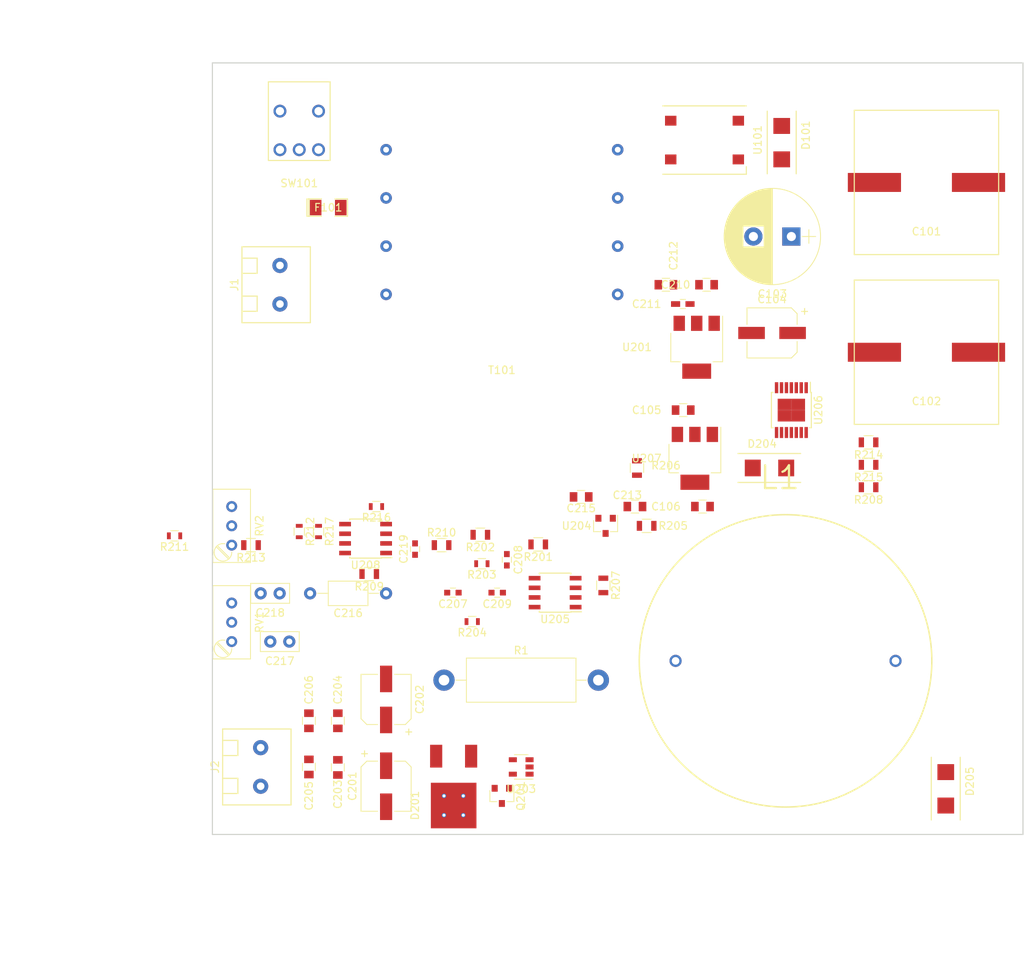
<source format=kicad_pcb>
(kicad_pcb (version 4) (host pcbnew 4.0.7)

  (general
    (links 127)
    (no_connects 117)
    (area 0 0 0 0)
    (thickness 1.6)
    (drawings 8)
    (tracks 0)
    (zones 0)
    (modules 63)
    (nets 48)
  )

  (page A4)
  (layers
    (0 F.Cu signal)
    (31 B.Cu signal)
    (32 B.Adhes user)
    (33 F.Adhes user)
    (34 B.Paste user)
    (35 F.Paste user)
    (36 B.SilkS user)
    (37 F.SilkS user)
    (38 B.Mask user)
    (39 F.Mask user)
    (40 Dwgs.User user)
    (41 Cmts.User user)
    (42 Eco1.User user)
    (43 Eco2.User user)
    (44 Edge.Cuts user)
    (45 Margin user)
    (46 B.CrtYd user)
    (47 F.CrtYd user)
    (48 B.Fab user hide)
    (49 F.Fab user hide)
  )

  (setup
    (last_trace_width 0.25)
    (trace_clearance 0.25)
    (zone_clearance 0.508)
    (zone_45_only no)
    (trace_min 0.2)
    (segment_width 0.2)
    (edge_width 0.15)
    (via_size 0.6)
    (via_drill 0.4)
    (via_min_size 0.4)
    (via_min_drill 0.3)
    (uvia_size 0.3)
    (uvia_drill 0.1)
    (uvias_allowed no)
    (uvia_min_size 0.2)
    (uvia_min_drill 0.1)
    (pcb_text_width 0.3)
    (pcb_text_size 1.5 1.5)
    (mod_edge_width 0.15)
    (mod_text_size 1 1)
    (mod_text_width 0.15)
    (pad_size 1.524 1.524)
    (pad_drill 0.762)
    (pad_to_mask_clearance 0.2)
    (aux_axis_origin 0 0)
    (visible_elements 7FFFEFFF)
    (pcbplotparams
      (layerselection 0x00030_80000001)
      (usegerberextensions false)
      (excludeedgelayer true)
      (linewidth 0.100000)
      (plotframeref false)
      (viasonmask false)
      (mode 1)
      (useauxorigin false)
      (hpglpennumber 1)
      (hpglpenspeed 20)
      (hpglpendiameter 15)
      (hpglpenoverlay 2)
      (psnegative false)
      (psa4output false)
      (plotreference true)
      (plotvalue true)
      (plotinvisibletext false)
      (padsonsilk false)
      (subtractmaskfromsilk false)
      (outputformat 1)
      (mirror false)
      (drillshape 1)
      (scaleselection 1)
      (outputdirectory ""))
  )

  (net 0 "")
  (net 1 VRECT+)
  (net 2 +12V)
  (net 3 GND)
  (net 4 +5V)
  (net 5 "Net-(C207-Pad2)")
  (net 6 VFB)
  (net 7 "Net-(C208-Pad2)")
  (net 8 "Net-(C208-Pad1)")
  (net 9 "Net-(C213-Pad2)")
  (net 10 VREF)
  (net 11 INA-)
  (net 12 INB-)
  (net 13 INA+)
  (net 14 "Net-(C219-Pad1)")
  (net 15 "Net-(F101-Pad1)")
  (net 16 "Net-(J1-Pad2)")
  (net 17 LOAD+)
  (net 18 VSWITCHED)
  (net 19 "Net-(Q201-Pad2)")
  (net 20 "Net-(R1-Pad2)")
  (net 21 "Net-(R202-Pad2)")
  (net 22 "Net-(R208-Pad2)")
  (net 23 OUTB)
  (net 24 INB+)
  (net 25 "Net-(RV2-Pad1)")
  (net 26 "Net-(RV2-Pad2)")
  (net 27 "Net-(RV2-Pad3)")
  (net 28 "Net-(T101-Pad6)")
  (net 29 "Net-(U201-Pad2)")
  (net 30 VPWM)
  (net 31 OVSD)
  (net 32 "Net-(U205-Pad5)")
  (net 33 "Net-(U205-Pad7)")
  (net 34 "Net-(U206-Pad1)")
  (net 35 "Net-(U206-Pad4)")
  (net 36 "Net-(U206-Pad11)")
  (net 37 /Ref_in)
  (net 38 /I_Side)
  (net 39 /AC_fused)
  (net 40 /AC_Com)
  (net 41 GATE)
  (net 42 /OV_Set)
  (net 43 /TI_CL)
  (net 44 /TI_CS)
  (net 45 /AC+)
  (net 46 /AC-)
  (net 47 "Net-(C210-Pad2)")

  (net_class Default "This is the default net class."
    (clearance 0.25)
    (trace_width 0.25)
    (via_dia 0.6)
    (via_drill 0.4)
    (uvia_dia 0.3)
    (uvia_drill 0.1)
    (add_net +12V)
    (add_net +5V)
    (add_net /AC+)
    (add_net /AC-)
    (add_net /AC_Com)
    (add_net /AC_fused)
    (add_net /I_Side)
    (add_net /OV_Set)
    (add_net /Ref_in)
    (add_net /TI_CL)
    (add_net /TI_CS)
    (add_net GATE)
    (add_net GND)
    (add_net INA+)
    (add_net INA-)
    (add_net INB+)
    (add_net INB-)
    (add_net LOAD+)
    (add_net "Net-(C207-Pad2)")
    (add_net "Net-(C208-Pad1)")
    (add_net "Net-(C208-Pad2)")
    (add_net "Net-(C210-Pad2)")
    (add_net "Net-(C213-Pad2)")
    (add_net "Net-(C219-Pad1)")
    (add_net "Net-(F101-Pad1)")
    (add_net "Net-(J1-Pad2)")
    (add_net "Net-(Q201-Pad2)")
    (add_net "Net-(R1-Pad2)")
    (add_net "Net-(R202-Pad2)")
    (add_net "Net-(R208-Pad2)")
    (add_net "Net-(RV2-Pad1)")
    (add_net "Net-(RV2-Pad2)")
    (add_net "Net-(RV2-Pad3)")
    (add_net "Net-(T101-Pad6)")
    (add_net "Net-(U201-Pad2)")
    (add_net "Net-(U205-Pad5)")
    (add_net "Net-(U205-Pad7)")
    (add_net "Net-(U206-Pad1)")
    (add_net "Net-(U206-Pad11)")
    (add_net "Net-(U206-Pad4)")
    (add_net OUTB)
    (add_net OVSD)
    (add_net VFB)
    (add_net VPWM)
    (add_net VRECT+)
    (add_net VREF)
    (add_net VSWITCHED)
  )

  (module 1140-122K (layer F.Cu) (tedit 5CACFD25) (tstamp 5CACBC41)
    (at 133.09 99.06 180)
    (path /5CAD852D)
    (fp_text reference L1 (at 15.24 24.13 180) (layer F.SilkS)
      (effects (font (size 3 3) (thickness 0.3)))
    )
    (fp_text value L (at 13.97 -22.86 180) (layer F.Fab)
      (effects (font (size 1 1) (thickness 0.15)))
    )
    (fp_circle (center 14.475 0) (end -4.775 0) (layer F.SilkS) (width 0.2))
    (fp_circle (center 14.475 0) (end -6.025 0) (layer F.CrtYd) (width 0.2))
    (pad 1 thru_hole circle (at 0 0 180) (size 1.6 1.6) (drill 1) (layers *.Cu *.Mask)
      (net 18 VSWITCHED))
    (pad 2 thru_hole circle (at 28.95 0 180) (size 1.6 1.6) (drill 1) (layers *.Cu *.Mask)
      (net 38 /I_Side))
  )

  (module BoostLib:CP_Elec_19x19 (layer F.Cu) (tedit 5CACAD9D) (tstamp 5CACBB82)
    (at 137.16 36.06)
    (descr "SMT capacitor, aluminium electrolytic, 10x10")
    (path /5CA8D65A)
    (attr smd)
    (fp_text reference C101 (at 0 6.46) (layer F.SilkS)
      (effects (font (size 1 1) (thickness 0.15)))
    )
    (fp_text value 2200uF (at 0 -10.16) (layer F.Fab)
      (effects (font (size 1 1) (thickness 0.15)))
    )
    (fp_line (start -9.5 -9.5) (end 9.5 -9.5) (layer F.SilkS) (width 0.15))
    (fp_line (start -11 10) (end -11 -11) (layer F.CrtYd) (width 0.15))
    (fp_line (start 11 10) (end -11 10) (layer F.CrtYd) (width 0.15))
    (fp_line (start 11 -11) (end 11 10) (layer F.CrtYd) (width 0.15))
    (fp_line (start -11 -11) (end 11 -11) (layer F.CrtYd) (width 0.15))
    (fp_line (start -9.5 -9.5) (end -9.5 9.5) (layer F.SilkS) (width 0.15))
    (fp_text user %R (at 0 6.46) (layer F.Fab)
      (effects (font (size 1 1) (thickness 0.15)))
    )
    (fp_line (start 9.5 -9.5) (end 9.5 9.5) (layer F.SilkS) (width 0.15))
    (fp_line (start -9.5 9.5) (end 9.5 9.5) (layer F.SilkS) (width 0.15))
    (pad 1 smd rect (at -6.85 0 180) (size 7 2.5) (layers F.Cu F.Paste F.Mask)
      (net 1 VRECT+))
    (pad 2 smd rect (at 6.85 0 180) (size 7 2.5) (layers F.Cu F.Paste F.Mask)
      (net 3 GND))
    (model Capacitors_SMD.3dshapes/CP_Elec_10x10.wrl
      (at (xyz 0 0 0))
      (scale (xyz 1 1 1))
      (rotate (xyz 0 0 180))
    )
  )

  (module BoostLib:CP_Elec_19x19 (layer F.Cu) (tedit 5CACAD9D) (tstamp 5CACBB88)
    (at 137.16 58.42)
    (descr "SMT capacitor, aluminium electrolytic, 10x10")
    (path /5CA8D8AF)
    (attr smd)
    (fp_text reference C102 (at 0 6.46) (layer F.SilkS)
      (effects (font (size 1 1) (thickness 0.15)))
    )
    (fp_text value 2200uF (at 0 -10.16) (layer F.Fab)
      (effects (font (size 1 1) (thickness 0.15)))
    )
    (fp_line (start -9.5 -9.5) (end 9.5 -9.5) (layer F.SilkS) (width 0.15))
    (fp_line (start -11 10) (end -11 -11) (layer F.CrtYd) (width 0.15))
    (fp_line (start 11 10) (end -11 10) (layer F.CrtYd) (width 0.15))
    (fp_line (start 11 -11) (end 11 10) (layer F.CrtYd) (width 0.15))
    (fp_line (start -11 -11) (end 11 -11) (layer F.CrtYd) (width 0.15))
    (fp_line (start -9.5 -9.5) (end -9.5 9.5) (layer F.SilkS) (width 0.15))
    (fp_text user %R (at 0 6.46) (layer F.Fab)
      (effects (font (size 1 1) (thickness 0.15)))
    )
    (fp_line (start 9.5 -9.5) (end 9.5 9.5) (layer F.SilkS) (width 0.15))
    (fp_line (start -9.5 9.5) (end 9.5 9.5) (layer F.SilkS) (width 0.15))
    (pad 1 smd rect (at -6.85 0 180) (size 7 2.5) (layers F.Cu F.Paste F.Mask)
      (net 1 VRECT+))
    (pad 2 smd rect (at 6.85 0 180) (size 7 2.5) (layers F.Cu F.Paste F.Mask)
      (net 3 GND))
    (model Capacitors_SMD.3dshapes/CP_Elec_10x10.wrl
      (at (xyz 0 0 0))
      (scale (xyz 1 1 1))
      (rotate (xyz 0 0 180))
    )
  )

  (module Capacitors_THT:CP_Radial_D12.5mm_P5.00mm (layer F.Cu) (tedit 597BC7C2) (tstamp 5CACBB8E)
    (at 119.38 43.18 180)
    (descr "CP, Radial series, Radial, pin pitch=5.00mm, , diameter=12.5mm, Electrolytic Capacitor")
    (tags "CP Radial series Radial pin pitch 5.00mm  diameter 12.5mm Electrolytic Capacitor")
    (path /5CA8D9DC)
    (fp_text reference C103 (at 2.5 -7.56 180) (layer F.SilkS)
      (effects (font (size 1 1) (thickness 0.15)))
    )
    (fp_text value 220uF (at 2.5 7.56 180) (layer F.Fab)
      (effects (font (size 1 1) (thickness 0.15)))
    )
    (fp_circle (center 2.5 0) (end 8.75 0) (layer F.Fab) (width 0.1))
    (fp_circle (center 2.5 0) (end 8.84 0) (layer F.SilkS) (width 0.12))
    (fp_line (start -3.2 0) (end -1.4 0) (layer F.Fab) (width 0.1))
    (fp_line (start -2.3 -0.9) (end -2.3 0.9) (layer F.Fab) (width 0.1))
    (fp_line (start 2.5 -6.3) (end 2.5 6.3) (layer F.SilkS) (width 0.12))
    (fp_line (start 2.54 -6.3) (end 2.54 6.3) (layer F.SilkS) (width 0.12))
    (fp_line (start 2.58 -6.3) (end 2.58 6.3) (layer F.SilkS) (width 0.12))
    (fp_line (start 2.62 -6.299) (end 2.62 6.299) (layer F.SilkS) (width 0.12))
    (fp_line (start 2.66 -6.298) (end 2.66 6.298) (layer F.SilkS) (width 0.12))
    (fp_line (start 2.7 -6.297) (end 2.7 6.297) (layer F.SilkS) (width 0.12))
    (fp_line (start 2.74 -6.296) (end 2.74 6.296) (layer F.SilkS) (width 0.12))
    (fp_line (start 2.78 -6.294) (end 2.78 6.294) (layer F.SilkS) (width 0.12))
    (fp_line (start 2.82 -6.292) (end 2.82 6.292) (layer F.SilkS) (width 0.12))
    (fp_line (start 2.86 -6.29) (end 2.86 6.29) (layer F.SilkS) (width 0.12))
    (fp_line (start 2.9 -6.288) (end 2.9 6.288) (layer F.SilkS) (width 0.12))
    (fp_line (start 2.94 -6.285) (end 2.94 6.285) (layer F.SilkS) (width 0.12))
    (fp_line (start 2.98 -6.282) (end 2.98 6.282) (layer F.SilkS) (width 0.12))
    (fp_line (start 3.02 -6.279) (end 3.02 6.279) (layer F.SilkS) (width 0.12))
    (fp_line (start 3.06 -6.276) (end 3.06 6.276) (layer F.SilkS) (width 0.12))
    (fp_line (start 3.1 -6.272) (end 3.1 6.272) (layer F.SilkS) (width 0.12))
    (fp_line (start 3.14 -6.268) (end 3.14 6.268) (layer F.SilkS) (width 0.12))
    (fp_line (start 3.18 -6.264) (end 3.18 6.264) (layer F.SilkS) (width 0.12))
    (fp_line (start 3.221 -6.259) (end 3.221 6.259) (layer F.SilkS) (width 0.12))
    (fp_line (start 3.261 -6.255) (end 3.261 6.255) (layer F.SilkS) (width 0.12))
    (fp_line (start 3.301 -6.25) (end 3.301 6.25) (layer F.SilkS) (width 0.12))
    (fp_line (start 3.341 -6.245) (end 3.341 6.245) (layer F.SilkS) (width 0.12))
    (fp_line (start 3.381 -6.239) (end 3.381 6.239) (layer F.SilkS) (width 0.12))
    (fp_line (start 3.421 -6.233) (end 3.421 6.233) (layer F.SilkS) (width 0.12))
    (fp_line (start 3.461 -6.227) (end 3.461 6.227) (layer F.SilkS) (width 0.12))
    (fp_line (start 3.501 -6.221) (end 3.501 6.221) (layer F.SilkS) (width 0.12))
    (fp_line (start 3.541 -6.215) (end 3.541 6.215) (layer F.SilkS) (width 0.12))
    (fp_line (start 3.581 -6.208) (end 3.581 6.208) (layer F.SilkS) (width 0.12))
    (fp_line (start 3.621 -6.201) (end 3.621 -1.38) (layer F.SilkS) (width 0.12))
    (fp_line (start 3.621 1.38) (end 3.621 6.201) (layer F.SilkS) (width 0.12))
    (fp_line (start 3.661 -6.193) (end 3.661 -1.38) (layer F.SilkS) (width 0.12))
    (fp_line (start 3.661 1.38) (end 3.661 6.193) (layer F.SilkS) (width 0.12))
    (fp_line (start 3.701 -6.186) (end 3.701 -1.38) (layer F.SilkS) (width 0.12))
    (fp_line (start 3.701 1.38) (end 3.701 6.186) (layer F.SilkS) (width 0.12))
    (fp_line (start 3.741 -6.178) (end 3.741 -1.38) (layer F.SilkS) (width 0.12))
    (fp_line (start 3.741 1.38) (end 3.741 6.178) (layer F.SilkS) (width 0.12))
    (fp_line (start 3.781 -6.17) (end 3.781 -1.38) (layer F.SilkS) (width 0.12))
    (fp_line (start 3.781 1.38) (end 3.781 6.17) (layer F.SilkS) (width 0.12))
    (fp_line (start 3.821 -6.162) (end 3.821 -1.38) (layer F.SilkS) (width 0.12))
    (fp_line (start 3.821 1.38) (end 3.821 6.162) (layer F.SilkS) (width 0.12))
    (fp_line (start 3.861 -6.153) (end 3.861 -1.38) (layer F.SilkS) (width 0.12))
    (fp_line (start 3.861 1.38) (end 3.861 6.153) (layer F.SilkS) (width 0.12))
    (fp_line (start 3.901 -6.144) (end 3.901 -1.38) (layer F.SilkS) (width 0.12))
    (fp_line (start 3.901 1.38) (end 3.901 6.144) (layer F.SilkS) (width 0.12))
    (fp_line (start 3.941 -6.135) (end 3.941 -1.38) (layer F.SilkS) (width 0.12))
    (fp_line (start 3.941 1.38) (end 3.941 6.135) (layer F.SilkS) (width 0.12))
    (fp_line (start 3.981 -6.125) (end 3.981 -1.38) (layer F.SilkS) (width 0.12))
    (fp_line (start 3.981 1.38) (end 3.981 6.125) (layer F.SilkS) (width 0.12))
    (fp_line (start 4.021 -6.116) (end 4.021 -1.38) (layer F.SilkS) (width 0.12))
    (fp_line (start 4.021 1.38) (end 4.021 6.116) (layer F.SilkS) (width 0.12))
    (fp_line (start 4.061 -6.106) (end 4.061 -1.38) (layer F.SilkS) (width 0.12))
    (fp_line (start 4.061 1.38) (end 4.061 6.106) (layer F.SilkS) (width 0.12))
    (fp_line (start 4.101 -6.095) (end 4.101 -1.38) (layer F.SilkS) (width 0.12))
    (fp_line (start 4.101 1.38) (end 4.101 6.095) (layer F.SilkS) (width 0.12))
    (fp_line (start 4.141 -6.085) (end 4.141 -1.38) (layer F.SilkS) (width 0.12))
    (fp_line (start 4.141 1.38) (end 4.141 6.085) (layer F.SilkS) (width 0.12))
    (fp_line (start 4.181 -6.074) (end 4.181 -1.38) (layer F.SilkS) (width 0.12))
    (fp_line (start 4.181 1.38) (end 4.181 6.074) (layer F.SilkS) (width 0.12))
    (fp_line (start 4.221 -6.063) (end 4.221 -1.38) (layer F.SilkS) (width 0.12))
    (fp_line (start 4.221 1.38) (end 4.221 6.063) (layer F.SilkS) (width 0.12))
    (fp_line (start 4.261 -6.051) (end 4.261 -1.38) (layer F.SilkS) (width 0.12))
    (fp_line (start 4.261 1.38) (end 4.261 6.051) (layer F.SilkS) (width 0.12))
    (fp_line (start 4.301 -6.04) (end 4.301 -1.38) (layer F.SilkS) (width 0.12))
    (fp_line (start 4.301 1.38) (end 4.301 6.04) (layer F.SilkS) (width 0.12))
    (fp_line (start 4.341 -6.028) (end 4.341 -1.38) (layer F.SilkS) (width 0.12))
    (fp_line (start 4.341 1.38) (end 4.341 6.028) (layer F.SilkS) (width 0.12))
    (fp_line (start 4.381 -6.015) (end 4.381 -1.38) (layer F.SilkS) (width 0.12))
    (fp_line (start 4.381 1.38) (end 4.381 6.015) (layer F.SilkS) (width 0.12))
    (fp_line (start 4.421 -6.003) (end 4.421 -1.38) (layer F.SilkS) (width 0.12))
    (fp_line (start 4.421 1.38) (end 4.421 6.003) (layer F.SilkS) (width 0.12))
    (fp_line (start 4.461 -5.99) (end 4.461 -1.38) (layer F.SilkS) (width 0.12))
    (fp_line (start 4.461 1.38) (end 4.461 5.99) (layer F.SilkS) (width 0.12))
    (fp_line (start 4.501 -5.977) (end 4.501 -1.38) (layer F.SilkS) (width 0.12))
    (fp_line (start 4.501 1.38) (end 4.501 5.977) (layer F.SilkS) (width 0.12))
    (fp_line (start 4.541 -5.963) (end 4.541 -1.38) (layer F.SilkS) (width 0.12))
    (fp_line (start 4.541 1.38) (end 4.541 5.963) (layer F.SilkS) (width 0.12))
    (fp_line (start 4.581 -5.95) (end 4.581 -1.38) (layer F.SilkS) (width 0.12))
    (fp_line (start 4.581 1.38) (end 4.581 5.95) (layer F.SilkS) (width 0.12))
    (fp_line (start 4.621 -5.936) (end 4.621 -1.38) (layer F.SilkS) (width 0.12))
    (fp_line (start 4.621 1.38) (end 4.621 5.936) (layer F.SilkS) (width 0.12))
    (fp_line (start 4.661 -5.921) (end 4.661 -1.38) (layer F.SilkS) (width 0.12))
    (fp_line (start 4.661 1.38) (end 4.661 5.921) (layer F.SilkS) (width 0.12))
    (fp_line (start 4.701 -5.907) (end 4.701 -1.38) (layer F.SilkS) (width 0.12))
    (fp_line (start 4.701 1.38) (end 4.701 5.907) (layer F.SilkS) (width 0.12))
    (fp_line (start 4.741 -5.892) (end 4.741 -1.38) (layer F.SilkS) (width 0.12))
    (fp_line (start 4.741 1.38) (end 4.741 5.892) (layer F.SilkS) (width 0.12))
    (fp_line (start 4.781 -5.876) (end 4.781 -1.38) (layer F.SilkS) (width 0.12))
    (fp_line (start 4.781 1.38) (end 4.781 5.876) (layer F.SilkS) (width 0.12))
    (fp_line (start 4.821 -5.861) (end 4.821 -1.38) (layer F.SilkS) (width 0.12))
    (fp_line (start 4.821 1.38) (end 4.821 5.861) (layer F.SilkS) (width 0.12))
    (fp_line (start 4.861 -5.845) (end 4.861 -1.38) (layer F.SilkS) (width 0.12))
    (fp_line (start 4.861 1.38) (end 4.861 5.845) (layer F.SilkS) (width 0.12))
    (fp_line (start 4.901 -5.829) (end 4.901 -1.38) (layer F.SilkS) (width 0.12))
    (fp_line (start 4.901 1.38) (end 4.901 5.829) (layer F.SilkS) (width 0.12))
    (fp_line (start 4.941 -5.812) (end 4.941 -1.38) (layer F.SilkS) (width 0.12))
    (fp_line (start 4.941 1.38) (end 4.941 5.812) (layer F.SilkS) (width 0.12))
    (fp_line (start 4.981 -5.795) (end 4.981 -1.38) (layer F.SilkS) (width 0.12))
    (fp_line (start 4.981 1.38) (end 4.981 5.795) (layer F.SilkS) (width 0.12))
    (fp_line (start 5.021 -5.778) (end 5.021 -1.38) (layer F.SilkS) (width 0.12))
    (fp_line (start 5.021 1.38) (end 5.021 5.778) (layer F.SilkS) (width 0.12))
    (fp_line (start 5.061 -5.761) (end 5.061 -1.38) (layer F.SilkS) (width 0.12))
    (fp_line (start 5.061 1.38) (end 5.061 5.761) (layer F.SilkS) (width 0.12))
    (fp_line (start 5.101 -5.743) (end 5.101 -1.38) (layer F.SilkS) (width 0.12))
    (fp_line (start 5.101 1.38) (end 5.101 5.743) (layer F.SilkS) (width 0.12))
    (fp_line (start 5.141 -5.725) (end 5.141 -1.38) (layer F.SilkS) (width 0.12))
    (fp_line (start 5.141 1.38) (end 5.141 5.725) (layer F.SilkS) (width 0.12))
    (fp_line (start 5.181 -5.706) (end 5.181 -1.38) (layer F.SilkS) (width 0.12))
    (fp_line (start 5.181 1.38) (end 5.181 5.706) (layer F.SilkS) (width 0.12))
    (fp_line (start 5.221 -5.687) (end 5.221 -1.38) (layer F.SilkS) (width 0.12))
    (fp_line (start 5.221 1.38) (end 5.221 5.687) (layer F.SilkS) (width 0.12))
    (fp_line (start 5.261 -5.668) (end 5.261 -1.38) (layer F.SilkS) (width 0.12))
    (fp_line (start 5.261 1.38) (end 5.261 5.668) (layer F.SilkS) (width 0.12))
    (fp_line (start 5.301 -5.649) (end 5.301 -1.38) (layer F.SilkS) (width 0.12))
    (fp_line (start 5.301 1.38) (end 5.301 5.649) (layer F.SilkS) (width 0.12))
    (fp_line (start 5.341 -5.629) (end 5.341 -1.38) (layer F.SilkS) (width 0.12))
    (fp_line (start 5.341 1.38) (end 5.341 5.629) (layer F.SilkS) (width 0.12))
    (fp_line (start 5.381 -5.609) (end 5.381 -1.38) (layer F.SilkS) (width 0.12))
    (fp_line (start 5.381 1.38) (end 5.381 5.609) (layer F.SilkS) (width 0.12))
    (fp_line (start 5.421 -5.588) (end 5.421 -1.38) (layer F.SilkS) (width 0.12))
    (fp_line (start 5.421 1.38) (end 5.421 5.588) (layer F.SilkS) (width 0.12))
    (fp_line (start 5.461 -5.567) (end 5.461 -1.38) (layer F.SilkS) (width 0.12))
    (fp_line (start 5.461 1.38) (end 5.461 5.567) (layer F.SilkS) (width 0.12))
    (fp_line (start 5.501 -5.546) (end 5.501 -1.38) (layer F.SilkS) (width 0.12))
    (fp_line (start 5.501 1.38) (end 5.501 5.546) (layer F.SilkS) (width 0.12))
    (fp_line (start 5.541 -5.524) (end 5.541 -1.38) (layer F.SilkS) (width 0.12))
    (fp_line (start 5.541 1.38) (end 5.541 5.524) (layer F.SilkS) (width 0.12))
    (fp_line (start 5.581 -5.502) (end 5.581 -1.38) (layer F.SilkS) (width 0.12))
    (fp_line (start 5.581 1.38) (end 5.581 5.502) (layer F.SilkS) (width 0.12))
    (fp_line (start 5.621 -5.48) (end 5.621 -1.38) (layer F.SilkS) (width 0.12))
    (fp_line (start 5.621 1.38) (end 5.621 5.48) (layer F.SilkS) (width 0.12))
    (fp_line (start 5.661 -5.457) (end 5.661 -1.38) (layer F.SilkS) (width 0.12))
    (fp_line (start 5.661 1.38) (end 5.661 5.457) (layer F.SilkS) (width 0.12))
    (fp_line (start 5.701 -5.434) (end 5.701 -1.38) (layer F.SilkS) (width 0.12))
    (fp_line (start 5.701 1.38) (end 5.701 5.434) (layer F.SilkS) (width 0.12))
    (fp_line (start 5.741 -5.41) (end 5.741 -1.38) (layer F.SilkS) (width 0.12))
    (fp_line (start 5.741 1.38) (end 5.741 5.41) (layer F.SilkS) (width 0.12))
    (fp_line (start 5.781 -5.386) (end 5.781 -1.38) (layer F.SilkS) (width 0.12))
    (fp_line (start 5.781 1.38) (end 5.781 5.386) (layer F.SilkS) (width 0.12))
    (fp_line (start 5.821 -5.362) (end 5.821 -1.38) (layer F.SilkS) (width 0.12))
    (fp_line (start 5.821 1.38) (end 5.821 5.362) (layer F.SilkS) (width 0.12))
    (fp_line (start 5.861 -5.337) (end 5.861 -1.38) (layer F.SilkS) (width 0.12))
    (fp_line (start 5.861 1.38) (end 5.861 5.337) (layer F.SilkS) (width 0.12))
    (fp_line (start 5.901 -5.312) (end 5.901 -1.38) (layer F.SilkS) (width 0.12))
    (fp_line (start 5.901 1.38) (end 5.901 5.312) (layer F.SilkS) (width 0.12))
    (fp_line (start 5.941 -5.286) (end 5.941 -1.38) (layer F.SilkS) (width 0.12))
    (fp_line (start 5.941 1.38) (end 5.941 5.286) (layer F.SilkS) (width 0.12))
    (fp_line (start 5.981 -5.26) (end 5.981 -1.38) (layer F.SilkS) (width 0.12))
    (fp_line (start 5.981 1.38) (end 5.981 5.26) (layer F.SilkS) (width 0.12))
    (fp_line (start 6.021 -5.234) (end 6.021 -1.38) (layer F.SilkS) (width 0.12))
    (fp_line (start 6.021 1.38) (end 6.021 5.234) (layer F.SilkS) (width 0.12))
    (fp_line (start 6.061 -5.207) (end 6.061 -1.38) (layer F.SilkS) (width 0.12))
    (fp_line (start 6.061 1.38) (end 6.061 5.207) (layer F.SilkS) (width 0.12))
    (fp_line (start 6.101 -5.179) (end 6.101 -1.38) (layer F.SilkS) (width 0.12))
    (fp_line (start 6.101 1.38) (end 6.101 5.179) (layer F.SilkS) (width 0.12))
    (fp_line (start 6.141 -5.151) (end 6.141 -1.38) (layer F.SilkS) (width 0.12))
    (fp_line (start 6.141 1.38) (end 6.141 5.151) (layer F.SilkS) (width 0.12))
    (fp_line (start 6.181 -5.123) (end 6.181 -1.38) (layer F.SilkS) (width 0.12))
    (fp_line (start 6.181 1.38) (end 6.181 5.123) (layer F.SilkS) (width 0.12))
    (fp_line (start 6.221 -5.094) (end 6.221 -1.38) (layer F.SilkS) (width 0.12))
    (fp_line (start 6.221 1.38) (end 6.221 5.094) (layer F.SilkS) (width 0.12))
    (fp_line (start 6.261 -5.065) (end 6.261 -1.38) (layer F.SilkS) (width 0.12))
    (fp_line (start 6.261 1.38) (end 6.261 5.065) (layer F.SilkS) (width 0.12))
    (fp_line (start 6.301 -5.035) (end 6.301 -1.38) (layer F.SilkS) (width 0.12))
    (fp_line (start 6.301 1.38) (end 6.301 5.035) (layer F.SilkS) (width 0.12))
    (fp_line (start 6.341 -5.005) (end 6.341 -1.38) (layer F.SilkS) (width 0.12))
    (fp_line (start 6.341 1.38) (end 6.341 5.005) (layer F.SilkS) (width 0.12))
    (fp_line (start 6.381 -4.975) (end 6.381 4.975) (layer F.SilkS) (width 0.12))
    (fp_line (start 6.421 -4.943) (end 6.421 4.943) (layer F.SilkS) (width 0.12))
    (fp_line (start 6.461 -4.912) (end 6.461 4.912) (layer F.SilkS) (width 0.12))
    (fp_line (start 6.501 -4.879) (end 6.501 4.879) (layer F.SilkS) (width 0.12))
    (fp_line (start 6.541 -4.847) (end 6.541 4.847) (layer F.SilkS) (width 0.12))
    (fp_line (start 6.581 -4.813) (end 6.581 4.813) (layer F.SilkS) (width 0.12))
    (fp_line (start 6.621 -4.779) (end 6.621 4.779) (layer F.SilkS) (width 0.12))
    (fp_line (start 6.661 -4.745) (end 6.661 4.745) (layer F.SilkS) (width 0.12))
    (fp_line (start 6.701 -4.71) (end 6.701 4.71) (layer F.SilkS) (width 0.12))
    (fp_line (start 6.741 -4.674) (end 6.741 4.674) (layer F.SilkS) (width 0.12))
    (fp_line (start 6.781 -4.638) (end 6.781 4.638) (layer F.SilkS) (width 0.12))
    (fp_line (start 6.821 -4.601) (end 6.821 4.601) (layer F.SilkS) (width 0.12))
    (fp_line (start 6.861 -4.563) (end 6.861 4.563) (layer F.SilkS) (width 0.12))
    (fp_line (start 6.901 -4.525) (end 6.901 4.525) (layer F.SilkS) (width 0.12))
    (fp_line (start 6.941 -4.486) (end 6.941 4.486) (layer F.SilkS) (width 0.12))
    (fp_line (start 6.981 -4.447) (end 6.981 4.447) (layer F.SilkS) (width 0.12))
    (fp_line (start 7.021 -4.406) (end 7.021 4.406) (layer F.SilkS) (width 0.12))
    (fp_line (start 7.061 -4.365) (end 7.061 4.365) (layer F.SilkS) (width 0.12))
    (fp_line (start 7.101 -4.323) (end 7.101 4.323) (layer F.SilkS) (width 0.12))
    (fp_line (start 7.141 -4.281) (end 7.141 4.281) (layer F.SilkS) (width 0.12))
    (fp_line (start 7.181 -4.238) (end 7.181 4.238) (layer F.SilkS) (width 0.12))
    (fp_line (start 7.221 -4.193) (end 7.221 4.193) (layer F.SilkS) (width 0.12))
    (fp_line (start 7.261 -4.148) (end 7.261 4.148) (layer F.SilkS) (width 0.12))
    (fp_line (start 7.301 -4.102) (end 7.301 4.102) (layer F.SilkS) (width 0.12))
    (fp_line (start 7.341 -4.056) (end 7.341 4.056) (layer F.SilkS) (width 0.12))
    (fp_line (start 7.381 -4.008) (end 7.381 4.008) (layer F.SilkS) (width 0.12))
    (fp_line (start 7.421 -3.959) (end 7.421 3.959) (layer F.SilkS) (width 0.12))
    (fp_line (start 7.461 -3.909) (end 7.461 3.909) (layer F.SilkS) (width 0.12))
    (fp_line (start 7.501 -3.859) (end 7.501 3.859) (layer F.SilkS) (width 0.12))
    (fp_line (start 7.541 -3.807) (end 7.541 3.807) (layer F.SilkS) (width 0.12))
    (fp_line (start 7.581 -3.754) (end 7.581 3.754) (layer F.SilkS) (width 0.12))
    (fp_line (start 7.621 -3.7) (end 7.621 3.7) (layer F.SilkS) (width 0.12))
    (fp_line (start 7.661 -3.644) (end 7.661 3.644) (layer F.SilkS) (width 0.12))
    (fp_line (start 7.701 -3.588) (end 7.701 3.588) (layer F.SilkS) (width 0.12))
    (fp_line (start 7.741 -3.53) (end 7.741 3.53) (layer F.SilkS) (width 0.12))
    (fp_line (start 7.781 -3.47) (end 7.781 3.47) (layer F.SilkS) (width 0.12))
    (fp_line (start 7.821 -3.409) (end 7.821 3.409) (layer F.SilkS) (width 0.12))
    (fp_line (start 7.861 -3.347) (end 7.861 3.347) (layer F.SilkS) (width 0.12))
    (fp_line (start 7.901 -3.282) (end 7.901 3.282) (layer F.SilkS) (width 0.12))
    (fp_line (start 7.941 -3.217) (end 7.941 3.217) (layer F.SilkS) (width 0.12))
    (fp_line (start 7.981 -3.149) (end 7.981 3.149) (layer F.SilkS) (width 0.12))
    (fp_line (start 8.021 -3.079) (end 8.021 3.079) (layer F.SilkS) (width 0.12))
    (fp_line (start 8.061 -3.007) (end 8.061 3.007) (layer F.SilkS) (width 0.12))
    (fp_line (start 8.101 -2.933) (end 8.101 2.933) (layer F.SilkS) (width 0.12))
    (fp_line (start 8.141 -2.856) (end 8.141 2.856) (layer F.SilkS) (width 0.12))
    (fp_line (start 8.181 -2.777) (end 8.181 2.777) (layer F.SilkS) (width 0.12))
    (fp_line (start 8.221 -2.695) (end 8.221 2.695) (layer F.SilkS) (width 0.12))
    (fp_line (start 8.261 -2.61) (end 8.261 2.61) (layer F.SilkS) (width 0.12))
    (fp_line (start 8.301 -2.521) (end 8.301 2.521) (layer F.SilkS) (width 0.12))
    (fp_line (start 8.341 -2.428) (end 8.341 2.428) (layer F.SilkS) (width 0.12))
    (fp_line (start 8.381 -2.331) (end 8.381 2.331) (layer F.SilkS) (width 0.12))
    (fp_line (start 8.421 -2.23) (end 8.421 2.23) (layer F.SilkS) (width 0.12))
    (fp_line (start 8.461 -2.122) (end 8.461 2.122) (layer F.SilkS) (width 0.12))
    (fp_line (start 8.501 -2.009) (end 8.501 2.009) (layer F.SilkS) (width 0.12))
    (fp_line (start 8.541 -1.888) (end 8.541 1.888) (layer F.SilkS) (width 0.12))
    (fp_line (start 8.581 -1.757) (end 8.581 1.757) (layer F.SilkS) (width 0.12))
    (fp_line (start 8.621 -1.616) (end 8.621 1.616) (layer F.SilkS) (width 0.12))
    (fp_line (start 8.661 -1.46) (end 8.661 1.46) (layer F.SilkS) (width 0.12))
    (fp_line (start 8.701 -1.285) (end 8.701 1.285) (layer F.SilkS) (width 0.12))
    (fp_line (start 8.741 -1.082) (end 8.741 1.082) (layer F.SilkS) (width 0.12))
    (fp_line (start 8.781 -0.831) (end 8.781 0.831) (layer F.SilkS) (width 0.12))
    (fp_line (start 8.821 -0.464) (end 8.821 0.464) (layer F.SilkS) (width 0.12))
    (fp_line (start -3.2 0) (end -1.4 0) (layer F.SilkS) (width 0.12))
    (fp_line (start -2.3 -0.9) (end -2.3 0.9) (layer F.SilkS) (width 0.12))
    (fp_line (start -4.1 -6.6) (end -4.1 6.6) (layer F.CrtYd) (width 0.05))
    (fp_line (start -4.1 6.6) (end 9.1 6.6) (layer F.CrtYd) (width 0.05))
    (fp_line (start 9.1 6.6) (end 9.1 -6.6) (layer F.CrtYd) (width 0.05))
    (fp_line (start 9.1 -6.6) (end -4.1 -6.6) (layer F.CrtYd) (width 0.05))
    (fp_text user %R (at 2.5 0 180) (layer F.Fab)
      (effects (font (size 1 1) (thickness 0.15)))
    )
    (pad 1 thru_hole rect (at 0 0 180) (size 2.4 2.4) (drill 1.2) (layers *.Cu *.Mask)
      (net 1 VRECT+))
    (pad 2 thru_hole circle (at 5 0 180) (size 2.4 2.4) (drill 1.2) (layers *.Cu *.Mask)
      (net 3 GND))
    (model ${KISYS3DMOD}/Capacitors_THT.3dshapes/CP_Radial_D12.5mm_P5.00mm.wrl
      (at (xyz 0 0 0))
      (scale (xyz 1 1 1))
      (rotate (xyz 0 0 0))
    )
  )

  (module Capacitors_SMD:CP_Elec_6.3x7.7 (layer F.Cu) (tedit 58AA8B76) (tstamp 5CACBB94)
    (at 116.84 55.88 180)
    (descr "SMT capacitor, aluminium electrolytic, 6.3x7.7")
    (path /5CA8DAE4)
    (attr smd)
    (fp_text reference C104 (at 0 4.43 180) (layer F.SilkS)
      (effects (font (size 1 1) (thickness 0.15)))
    )
    (fp_text value 100uF (at 0 -4.43 180) (layer F.Fab)
      (effects (font (size 1 1) (thickness 0.15)))
    )
    (fp_circle (center 0 0) (end 0.5 3) (layer F.Fab) (width 0.1))
    (fp_text user + (at -1.73 -0.08 180) (layer F.Fab)
      (effects (font (size 1 1) (thickness 0.15)))
    )
    (fp_text user + (at -4.28 2.91 180) (layer F.SilkS)
      (effects (font (size 1 1) (thickness 0.15)))
    )
    (fp_text user %R (at 0 4.43 180) (layer F.Fab)
      (effects (font (size 1 1) (thickness 0.15)))
    )
    (fp_line (start 3.15 3.15) (end 3.15 -3.15) (layer F.Fab) (width 0.1))
    (fp_line (start -2.48 3.15) (end 3.15 3.15) (layer F.Fab) (width 0.1))
    (fp_line (start -3.15 2.48) (end -2.48 3.15) (layer F.Fab) (width 0.1))
    (fp_line (start -3.15 -2.48) (end -3.15 2.48) (layer F.Fab) (width 0.1))
    (fp_line (start -2.48 -3.15) (end -3.15 -2.48) (layer F.Fab) (width 0.1))
    (fp_line (start 3.15 -3.15) (end -2.48 -3.15) (layer F.Fab) (width 0.1))
    (fp_line (start -3.3 2.54) (end -3.3 1.12) (layer F.SilkS) (width 0.12))
    (fp_line (start 3.3 3.3) (end 3.3 1.12) (layer F.SilkS) (width 0.12))
    (fp_line (start 3.3 -3.3) (end 3.3 -1.12) (layer F.SilkS) (width 0.12))
    (fp_line (start -3.3 -2.54) (end -3.3 -1.12) (layer F.SilkS) (width 0.12))
    (fp_line (start 3.3 3.3) (end -2.54 3.3) (layer F.SilkS) (width 0.12))
    (fp_line (start -2.54 3.3) (end -3.3 2.54) (layer F.SilkS) (width 0.12))
    (fp_line (start -3.3 -2.54) (end -2.54 -3.3) (layer F.SilkS) (width 0.12))
    (fp_line (start -2.54 -3.3) (end 3.3 -3.3) (layer F.SilkS) (width 0.12))
    (fp_line (start -4.7 -3.4) (end 4.7 -3.4) (layer F.CrtYd) (width 0.05))
    (fp_line (start -4.7 -3.4) (end -4.7 3.4) (layer F.CrtYd) (width 0.05))
    (fp_line (start 4.7 3.4) (end 4.7 -3.4) (layer F.CrtYd) (width 0.05))
    (fp_line (start 4.7 3.4) (end -4.7 3.4) (layer F.CrtYd) (width 0.05))
    (pad 1 smd rect (at -2.7 0) (size 3.5 1.6) (layers F.Cu F.Paste F.Mask)
      (net 1 VRECT+))
    (pad 2 smd rect (at 2.7 0) (size 3.5 1.6) (layers F.Cu F.Paste F.Mask)
      (net 3 GND))
    (model Capacitors_SMD.3dshapes/CP_Elec_6.3x7.7.wrl
      (at (xyz 0 0 0))
      (scale (xyz 1 1 1))
      (rotate (xyz 0 0 180))
    )
  )

  (module Capacitors_SMD:C_0805 (layer F.Cu) (tedit 58AA8463) (tstamp 5CACBB9A)
    (at 105.14 66.04)
    (descr "Capacitor SMD 0805, reflow soldering, AVX (see smccp.pdf)")
    (tags "capacitor 0805")
    (path /5CACDD11)
    (attr smd)
    (fp_text reference C105 (at -4.81 0) (layer F.SilkS)
      (effects (font (size 1 1) (thickness 0.15)))
    )
    (fp_text value 1uF (at 0 1.75) (layer F.Fab)
      (effects (font (size 1 1) (thickness 0.15)))
    )
    (fp_text user %R (at 0 -1.5) (layer F.Fab)
      (effects (font (size 1 1) (thickness 0.15)))
    )
    (fp_line (start -1 0.62) (end -1 -0.62) (layer F.Fab) (width 0.1))
    (fp_line (start 1 0.62) (end -1 0.62) (layer F.Fab) (width 0.1))
    (fp_line (start 1 -0.62) (end 1 0.62) (layer F.Fab) (width 0.1))
    (fp_line (start -1 -0.62) (end 1 -0.62) (layer F.Fab) (width 0.1))
    (fp_line (start 0.5 -0.85) (end -0.5 -0.85) (layer F.SilkS) (width 0.12))
    (fp_line (start -0.5 0.85) (end 0.5 0.85) (layer F.SilkS) (width 0.12))
    (fp_line (start -1.75 -0.88) (end 1.75 -0.88) (layer F.CrtYd) (width 0.05))
    (fp_line (start -1.75 -0.88) (end -1.75 0.87) (layer F.CrtYd) (width 0.05))
    (fp_line (start 1.75 0.87) (end 1.75 -0.88) (layer F.CrtYd) (width 0.05))
    (fp_line (start 1.75 0.87) (end -1.75 0.87) (layer F.CrtYd) (width 0.05))
    (pad 1 smd rect (at -1 0) (size 1 1.25) (layers F.Cu F.Paste F.Mask)
      (net 2 +12V))
    (pad 2 smd rect (at 1 0) (size 1 1.25) (layers F.Cu F.Paste F.Mask)
      (net 3 GND))
    (model Capacitors_SMD.3dshapes/C_0805.wrl
      (at (xyz 0 0 0))
      (scale (xyz 1 1 1))
      (rotate (xyz 0 0 0))
    )
  )

  (module Capacitors_SMD:C_0805 (layer F.Cu) (tedit 58AA8463) (tstamp 5CACBBA0)
    (at 107.68 78.74)
    (descr "Capacitor SMD 0805, reflow soldering, AVX (see smccp.pdf)")
    (tags "capacitor 0805")
    (path /5CACDAD2)
    (attr smd)
    (fp_text reference C106 (at -4.81 0) (layer F.SilkS)
      (effects (font (size 1 1) (thickness 0.15)))
    )
    (fp_text value 1uF (at 0 1.75) (layer F.Fab)
      (effects (font (size 1 1) (thickness 0.15)))
    )
    (fp_text user %R (at 0 -1.5) (layer F.Fab)
      (effects (font (size 1 1) (thickness 0.15)))
    )
    (fp_line (start -1 0.62) (end -1 -0.62) (layer F.Fab) (width 0.1))
    (fp_line (start 1 0.62) (end -1 0.62) (layer F.Fab) (width 0.1))
    (fp_line (start 1 -0.62) (end 1 0.62) (layer F.Fab) (width 0.1))
    (fp_line (start -1 -0.62) (end 1 -0.62) (layer F.Fab) (width 0.1))
    (fp_line (start 0.5 -0.85) (end -0.5 -0.85) (layer F.SilkS) (width 0.12))
    (fp_line (start -0.5 0.85) (end 0.5 0.85) (layer F.SilkS) (width 0.12))
    (fp_line (start -1.75 -0.88) (end 1.75 -0.88) (layer F.CrtYd) (width 0.05))
    (fp_line (start -1.75 -0.88) (end -1.75 0.87) (layer F.CrtYd) (width 0.05))
    (fp_line (start 1.75 0.87) (end 1.75 -0.88) (layer F.CrtYd) (width 0.05))
    (fp_line (start 1.75 0.87) (end -1.75 0.87) (layer F.CrtYd) (width 0.05))
    (pad 1 smd rect (at -1 0) (size 1 1.25) (layers F.Cu F.Paste F.Mask)
      (net 4 +5V))
    (pad 2 smd rect (at 1 0) (size 1 1.25) (layers F.Cu F.Paste F.Mask)
      (net 3 GND))
    (model Capacitors_SMD.3dshapes/C_0805.wrl
      (at (xyz 0 0 0))
      (scale (xyz 1 1 1))
      (rotate (xyz 0 0 0))
    )
  )

  (module Capacitors_SMD:CP_Elec_6.3x7.7 (layer F.Cu) (tedit 58AA8B76) (tstamp 5CACBBA6)
    (at 66.04 115.57 270)
    (descr "SMT capacitor, aluminium electrolytic, 6.3x7.7")
    (path /5CADCEF8)
    (attr smd)
    (fp_text reference C201 (at 0 4.43 270) (layer F.SilkS)
      (effects (font (size 1 1) (thickness 0.15)))
    )
    (fp_text value 100uF (at 0 -4.43 270) (layer F.Fab)
      (effects (font (size 1 1) (thickness 0.15)))
    )
    (fp_circle (center 0 0) (end 0.5 3) (layer F.Fab) (width 0.1))
    (fp_text user + (at -1.73 -0.08 270) (layer F.Fab)
      (effects (font (size 1 1) (thickness 0.15)))
    )
    (fp_text user + (at -4.28 2.91 270) (layer F.SilkS)
      (effects (font (size 1 1) (thickness 0.15)))
    )
    (fp_text user %R (at 0 4.43 270) (layer F.Fab)
      (effects (font (size 1 1) (thickness 0.15)))
    )
    (fp_line (start 3.15 3.15) (end 3.15 -3.15) (layer F.Fab) (width 0.1))
    (fp_line (start -2.48 3.15) (end 3.15 3.15) (layer F.Fab) (width 0.1))
    (fp_line (start -3.15 2.48) (end -2.48 3.15) (layer F.Fab) (width 0.1))
    (fp_line (start -3.15 -2.48) (end -3.15 2.48) (layer F.Fab) (width 0.1))
    (fp_line (start -2.48 -3.15) (end -3.15 -2.48) (layer F.Fab) (width 0.1))
    (fp_line (start 3.15 -3.15) (end -2.48 -3.15) (layer F.Fab) (width 0.1))
    (fp_line (start -3.3 2.54) (end -3.3 1.12) (layer F.SilkS) (width 0.12))
    (fp_line (start 3.3 3.3) (end 3.3 1.12) (layer F.SilkS) (width 0.12))
    (fp_line (start 3.3 -3.3) (end 3.3 -1.12) (layer F.SilkS) (width 0.12))
    (fp_line (start -3.3 -2.54) (end -3.3 -1.12) (layer F.SilkS) (width 0.12))
    (fp_line (start 3.3 3.3) (end -2.54 3.3) (layer F.SilkS) (width 0.12))
    (fp_line (start -2.54 3.3) (end -3.3 2.54) (layer F.SilkS) (width 0.12))
    (fp_line (start -3.3 -2.54) (end -2.54 -3.3) (layer F.SilkS) (width 0.12))
    (fp_line (start -2.54 -3.3) (end 3.3 -3.3) (layer F.SilkS) (width 0.12))
    (fp_line (start -4.7 -3.4) (end 4.7 -3.4) (layer F.CrtYd) (width 0.05))
    (fp_line (start -4.7 -3.4) (end -4.7 3.4) (layer F.CrtYd) (width 0.05))
    (fp_line (start 4.7 3.4) (end 4.7 -3.4) (layer F.CrtYd) (width 0.05))
    (fp_line (start 4.7 3.4) (end -4.7 3.4) (layer F.CrtYd) (width 0.05))
    (pad 1 smd rect (at -2.7 0 90) (size 3.5 1.6) (layers F.Cu F.Paste F.Mask)
      (net 17 LOAD+))
    (pad 2 smd rect (at 2.7 0 90) (size 3.5 1.6) (layers F.Cu F.Paste F.Mask)
      (net 3 GND))
    (model Capacitors_SMD.3dshapes/CP_Elec_6.3x7.7.wrl
      (at (xyz 0 0 0))
      (scale (xyz 1 1 1))
      (rotate (xyz 0 0 180))
    )
  )

  (module Capacitors_SMD:CP_Elec_6.3x7.7 (layer F.Cu) (tedit 58AA8B76) (tstamp 5CACBBAC)
    (at 66.04 104.14 90)
    (descr "SMT capacitor, aluminium electrolytic, 6.3x7.7")
    (path /5CADD11F)
    (attr smd)
    (fp_text reference C202 (at 0 4.43 90) (layer F.SilkS)
      (effects (font (size 1 1) (thickness 0.15)))
    )
    (fp_text value 100uf (at 0 -4.43 90) (layer F.Fab)
      (effects (font (size 1 1) (thickness 0.15)))
    )
    (fp_circle (center 0 0) (end 0.5 3) (layer F.Fab) (width 0.1))
    (fp_text user + (at -1.73 -0.08 90) (layer F.Fab)
      (effects (font (size 1 1) (thickness 0.15)))
    )
    (fp_text user + (at -4.28 2.91 90) (layer F.SilkS)
      (effects (font (size 1 1) (thickness 0.15)))
    )
    (fp_text user %R (at 0 4.43 90) (layer F.Fab)
      (effects (font (size 1 1) (thickness 0.15)))
    )
    (fp_line (start 3.15 3.15) (end 3.15 -3.15) (layer F.Fab) (width 0.1))
    (fp_line (start -2.48 3.15) (end 3.15 3.15) (layer F.Fab) (width 0.1))
    (fp_line (start -3.15 2.48) (end -2.48 3.15) (layer F.Fab) (width 0.1))
    (fp_line (start -3.15 -2.48) (end -3.15 2.48) (layer F.Fab) (width 0.1))
    (fp_line (start -2.48 -3.15) (end -3.15 -2.48) (layer F.Fab) (width 0.1))
    (fp_line (start 3.15 -3.15) (end -2.48 -3.15) (layer F.Fab) (width 0.1))
    (fp_line (start -3.3 2.54) (end -3.3 1.12) (layer F.SilkS) (width 0.12))
    (fp_line (start 3.3 3.3) (end 3.3 1.12) (layer F.SilkS) (width 0.12))
    (fp_line (start 3.3 -3.3) (end 3.3 -1.12) (layer F.SilkS) (width 0.12))
    (fp_line (start -3.3 -2.54) (end -3.3 -1.12) (layer F.SilkS) (width 0.12))
    (fp_line (start 3.3 3.3) (end -2.54 3.3) (layer F.SilkS) (width 0.12))
    (fp_line (start -2.54 3.3) (end -3.3 2.54) (layer F.SilkS) (width 0.12))
    (fp_line (start -3.3 -2.54) (end -2.54 -3.3) (layer F.SilkS) (width 0.12))
    (fp_line (start -2.54 -3.3) (end 3.3 -3.3) (layer F.SilkS) (width 0.12))
    (fp_line (start -4.7 -3.4) (end 4.7 -3.4) (layer F.CrtYd) (width 0.05))
    (fp_line (start -4.7 -3.4) (end -4.7 3.4) (layer F.CrtYd) (width 0.05))
    (fp_line (start 4.7 3.4) (end 4.7 -3.4) (layer F.CrtYd) (width 0.05))
    (fp_line (start 4.7 3.4) (end -4.7 3.4) (layer F.CrtYd) (width 0.05))
    (pad 1 smd rect (at -2.7 0 270) (size 3.5 1.6) (layers F.Cu F.Paste F.Mask)
      (net 17 LOAD+))
    (pad 2 smd rect (at 2.7 0 270) (size 3.5 1.6) (layers F.Cu F.Paste F.Mask)
      (net 3 GND))
    (model Capacitors_SMD.3dshapes/CP_Elec_6.3x7.7.wrl
      (at (xyz 0 0 0))
      (scale (xyz 1 1 1))
      (rotate (xyz 0 0 180))
    )
  )

  (module Capacitors_SMD:C_0805 (layer F.Cu) (tedit 58AA8463) (tstamp 5CACBBB2)
    (at 59.69 113.088333 90)
    (descr "Capacitor SMD 0805, reflow soldering, AVX (see smccp.pdf)")
    (tags "capacitor 0805")
    (path /5CADD1D3)
    (attr smd)
    (fp_text reference C203 (at -3.54 0 90) (layer F.SilkS)
      (effects (font (size 1 1) (thickness 0.15)))
    )
    (fp_text value 10uF (at 0 1.75 90) (layer F.Fab)
      (effects (font (size 1 1) (thickness 0.15)))
    )
    (fp_text user %R (at 0 -1.5 90) (layer F.Fab)
      (effects (font (size 1 1) (thickness 0.15)))
    )
    (fp_line (start -1 0.62) (end -1 -0.62) (layer F.Fab) (width 0.1))
    (fp_line (start 1 0.62) (end -1 0.62) (layer F.Fab) (width 0.1))
    (fp_line (start 1 -0.62) (end 1 0.62) (layer F.Fab) (width 0.1))
    (fp_line (start -1 -0.62) (end 1 -0.62) (layer F.Fab) (width 0.1))
    (fp_line (start 0.5 -0.85) (end -0.5 -0.85) (layer F.SilkS) (width 0.12))
    (fp_line (start -0.5 0.85) (end 0.5 0.85) (layer F.SilkS) (width 0.12))
    (fp_line (start -1.75 -0.88) (end 1.75 -0.88) (layer F.CrtYd) (width 0.05))
    (fp_line (start -1.75 -0.88) (end -1.75 0.87) (layer F.CrtYd) (width 0.05))
    (fp_line (start 1.75 0.87) (end 1.75 -0.88) (layer F.CrtYd) (width 0.05))
    (fp_line (start 1.75 0.87) (end -1.75 0.87) (layer F.CrtYd) (width 0.05))
    (pad 1 smd rect (at -1 0 90) (size 1 1.25) (layers F.Cu F.Paste F.Mask)
      (net 17 LOAD+))
    (pad 2 smd rect (at 1 0 90) (size 1 1.25) (layers F.Cu F.Paste F.Mask)
      (net 3 GND))
    (model Capacitors_SMD.3dshapes/C_0805.wrl
      (at (xyz 0 0 0))
      (scale (xyz 1 1 1))
      (rotate (xyz 0 0 0))
    )
  )

  (module Capacitors_SMD:C_0805 (layer F.Cu) (tedit 58AA8463) (tstamp 5CACBBB8)
    (at 59.69 106.95 90)
    (descr "Capacitor SMD 0805, reflow soldering, AVX (see smccp.pdf)")
    (tags "capacitor 0805")
    (path /5CADD2F2)
    (attr smd)
    (fp_text reference C204 (at 4.08 0 90) (layer F.SilkS)
      (effects (font (size 1 1) (thickness 0.15)))
    )
    (fp_text value 10uF (at 0 1.75 90) (layer F.Fab)
      (effects (font (size 1 1) (thickness 0.15)))
    )
    (fp_text user %R (at 0 -1.5 90) (layer F.Fab)
      (effects (font (size 1 1) (thickness 0.15)))
    )
    (fp_line (start -1 0.62) (end -1 -0.62) (layer F.Fab) (width 0.1))
    (fp_line (start 1 0.62) (end -1 0.62) (layer F.Fab) (width 0.1))
    (fp_line (start 1 -0.62) (end 1 0.62) (layer F.Fab) (width 0.1))
    (fp_line (start -1 -0.62) (end 1 -0.62) (layer F.Fab) (width 0.1))
    (fp_line (start 0.5 -0.85) (end -0.5 -0.85) (layer F.SilkS) (width 0.12))
    (fp_line (start -0.5 0.85) (end 0.5 0.85) (layer F.SilkS) (width 0.12))
    (fp_line (start -1.75 -0.88) (end 1.75 -0.88) (layer F.CrtYd) (width 0.05))
    (fp_line (start -1.75 -0.88) (end -1.75 0.87) (layer F.CrtYd) (width 0.05))
    (fp_line (start 1.75 0.87) (end 1.75 -0.88) (layer F.CrtYd) (width 0.05))
    (fp_line (start 1.75 0.87) (end -1.75 0.87) (layer F.CrtYd) (width 0.05))
    (pad 1 smd rect (at -1 0 90) (size 1 1.25) (layers F.Cu F.Paste F.Mask)
      (net 17 LOAD+))
    (pad 2 smd rect (at 1 0 90) (size 1 1.25) (layers F.Cu F.Paste F.Mask)
      (net 3 GND))
    (model Capacitors_SMD.3dshapes/C_0805.wrl
      (at (xyz 0 0 0))
      (scale (xyz 1 1 1))
      (rotate (xyz 0 0 0))
    )
  )

  (module Capacitors_SMD:C_0805 (layer F.Cu) (tedit 58AA8463) (tstamp 5CACBBBE)
    (at 55.88 113.03 90)
    (descr "Capacitor SMD 0805, reflow soldering, AVX (see smccp.pdf)")
    (tags "capacitor 0805")
    (path /5CADD3F7)
    (attr smd)
    (fp_text reference C205 (at -3.81 0 90) (layer F.SilkS)
      (effects (font (size 1 1) (thickness 0.15)))
    )
    (fp_text value 1uF (at 0 1.75 90) (layer F.Fab)
      (effects (font (size 1 1) (thickness 0.15)))
    )
    (fp_text user %R (at 0 -1.5 90) (layer F.Fab)
      (effects (font (size 1 1) (thickness 0.15)))
    )
    (fp_line (start -1 0.62) (end -1 -0.62) (layer F.Fab) (width 0.1))
    (fp_line (start 1 0.62) (end -1 0.62) (layer F.Fab) (width 0.1))
    (fp_line (start 1 -0.62) (end 1 0.62) (layer F.Fab) (width 0.1))
    (fp_line (start -1 -0.62) (end 1 -0.62) (layer F.Fab) (width 0.1))
    (fp_line (start 0.5 -0.85) (end -0.5 -0.85) (layer F.SilkS) (width 0.12))
    (fp_line (start -0.5 0.85) (end 0.5 0.85) (layer F.SilkS) (width 0.12))
    (fp_line (start -1.75 -0.88) (end 1.75 -0.88) (layer F.CrtYd) (width 0.05))
    (fp_line (start -1.75 -0.88) (end -1.75 0.87) (layer F.CrtYd) (width 0.05))
    (fp_line (start 1.75 0.87) (end 1.75 -0.88) (layer F.CrtYd) (width 0.05))
    (fp_line (start 1.75 0.87) (end -1.75 0.87) (layer F.CrtYd) (width 0.05))
    (pad 1 smd rect (at -1 0 90) (size 1 1.25) (layers F.Cu F.Paste F.Mask)
      (net 17 LOAD+))
    (pad 2 smd rect (at 1 0 90) (size 1 1.25) (layers F.Cu F.Paste F.Mask)
      (net 3 GND))
    (model Capacitors_SMD.3dshapes/C_0805.wrl
      (at (xyz 0 0 0))
      (scale (xyz 1 1 1))
      (rotate (xyz 0 0 0))
    )
  )

  (module Capacitors_SMD:C_0805 (layer F.Cu) (tedit 58AA8463) (tstamp 5CACBBC4)
    (at 55.88 106.95 90)
    (descr "Capacitor SMD 0805, reflow soldering, AVX (see smccp.pdf)")
    (tags "capacitor 0805")
    (path /5CADD4FF)
    (attr smd)
    (fp_text reference C206 (at 4.08 0 90) (layer F.SilkS)
      (effects (font (size 1 1) (thickness 0.15)))
    )
    (fp_text value 1uF (at 0 1.75 90) (layer F.Fab)
      (effects (font (size 1 1) (thickness 0.15)))
    )
    (fp_text user %R (at 0 -1.5 90) (layer F.Fab)
      (effects (font (size 1 1) (thickness 0.15)))
    )
    (fp_line (start -1 0.62) (end -1 -0.62) (layer F.Fab) (width 0.1))
    (fp_line (start 1 0.62) (end -1 0.62) (layer F.Fab) (width 0.1))
    (fp_line (start 1 -0.62) (end 1 0.62) (layer F.Fab) (width 0.1))
    (fp_line (start -1 -0.62) (end 1 -0.62) (layer F.Fab) (width 0.1))
    (fp_line (start 0.5 -0.85) (end -0.5 -0.85) (layer F.SilkS) (width 0.12))
    (fp_line (start -0.5 0.85) (end 0.5 0.85) (layer F.SilkS) (width 0.12))
    (fp_line (start -1.75 -0.88) (end 1.75 -0.88) (layer F.CrtYd) (width 0.05))
    (fp_line (start -1.75 -0.88) (end -1.75 0.87) (layer F.CrtYd) (width 0.05))
    (fp_line (start 1.75 0.87) (end 1.75 -0.88) (layer F.CrtYd) (width 0.05))
    (fp_line (start 1.75 0.87) (end -1.75 0.87) (layer F.CrtYd) (width 0.05))
    (pad 1 smd rect (at -1 0 90) (size 1 1.25) (layers F.Cu F.Paste F.Mask)
      (net 17 LOAD+))
    (pad 2 smd rect (at 1 0 90) (size 1 1.25) (layers F.Cu F.Paste F.Mask)
      (net 3 GND))
    (model Capacitors_SMD.3dshapes/C_0805.wrl
      (at (xyz 0 0 0))
      (scale (xyz 1 1 1))
      (rotate (xyz 0 0 0))
    )
  )

  (module Capacitors_SMD:C_0603 (layer F.Cu) (tedit 59958EE7) (tstamp 5CACBBCA)
    (at 74.832399 90.076721 180)
    (descr "Capacitor SMD 0603, reflow soldering, AVX (see smccp.pdf)")
    (tags "capacitor 0603")
    (path /5CA5AC3D)
    (attr smd)
    (fp_text reference C207 (at 0 -1.5 180) (layer F.SilkS)
      (effects (font (size 1 1) (thickness 0.15)))
    )
    (fp_text value 6800pF (at 0 1.5 180) (layer F.Fab)
      (effects (font (size 1 1) (thickness 0.15)))
    )
    (fp_line (start 1.4 0.65) (end -1.4 0.65) (layer F.CrtYd) (width 0.05))
    (fp_line (start 1.4 0.65) (end 1.4 -0.65) (layer F.CrtYd) (width 0.05))
    (fp_line (start -1.4 -0.65) (end -1.4 0.65) (layer F.CrtYd) (width 0.05))
    (fp_line (start -1.4 -0.65) (end 1.4 -0.65) (layer F.CrtYd) (width 0.05))
    (fp_line (start 0.35 0.6) (end -0.35 0.6) (layer F.SilkS) (width 0.12))
    (fp_line (start -0.35 -0.6) (end 0.35 -0.6) (layer F.SilkS) (width 0.12))
    (fp_line (start -0.8 -0.4) (end 0.8 -0.4) (layer F.Fab) (width 0.1))
    (fp_line (start 0.8 -0.4) (end 0.8 0.4) (layer F.Fab) (width 0.1))
    (fp_line (start 0.8 0.4) (end -0.8 0.4) (layer F.Fab) (width 0.1))
    (fp_line (start -0.8 0.4) (end -0.8 -0.4) (layer F.Fab) (width 0.1))
    (fp_text user %R (at 0 0 180) (layer F.Fab)
      (effects (font (size 0.3 0.3) (thickness 0.075)))
    )
    (pad 2 smd rect (at 0.75 0 180) (size 0.8 0.75) (layers F.Cu F.Paste F.Mask)
      (net 5 "Net-(C207-Pad2)"))
    (pad 1 smd rect (at -0.75 0 180) (size 0.8 0.75) (layers F.Cu F.Paste F.Mask)
      (net 6 VFB))
    (model Capacitors_SMD.3dshapes/C_0603.wrl
      (at (xyz 0 0 0))
      (scale (xyz 1 1 1))
      (rotate (xyz 0 0 0))
    )
  )

  (module Capacitors_SMD:C_0603 (layer F.Cu) (tedit 59958EE7) (tstamp 5CACBBD0)
    (at 81.932399 85.746721 270)
    (descr "Capacitor SMD 0603, reflow soldering, AVX (see smccp.pdf)")
    (tags "capacitor 0603")
    (path /5CA5AB1C)
    (attr smd)
    (fp_text reference C208 (at 0 -1.5 270) (layer F.SilkS)
      (effects (font (size 1 1) (thickness 0.15)))
    )
    (fp_text value 7500pF (at 0 1.5 270) (layer F.Fab)
      (effects (font (size 1 1) (thickness 0.15)))
    )
    (fp_line (start 1.4 0.65) (end -1.4 0.65) (layer F.CrtYd) (width 0.05))
    (fp_line (start 1.4 0.65) (end 1.4 -0.65) (layer F.CrtYd) (width 0.05))
    (fp_line (start -1.4 -0.65) (end -1.4 0.65) (layer F.CrtYd) (width 0.05))
    (fp_line (start -1.4 -0.65) (end 1.4 -0.65) (layer F.CrtYd) (width 0.05))
    (fp_line (start 0.35 0.6) (end -0.35 0.6) (layer F.SilkS) (width 0.12))
    (fp_line (start -0.35 -0.6) (end 0.35 -0.6) (layer F.SilkS) (width 0.12))
    (fp_line (start -0.8 -0.4) (end 0.8 -0.4) (layer F.Fab) (width 0.1))
    (fp_line (start 0.8 -0.4) (end 0.8 0.4) (layer F.Fab) (width 0.1))
    (fp_line (start 0.8 0.4) (end -0.8 0.4) (layer F.Fab) (width 0.1))
    (fp_line (start -0.8 0.4) (end -0.8 -0.4) (layer F.Fab) (width 0.1))
    (fp_text user %R (at 0 0 270) (layer F.Fab)
      (effects (font (size 0.3 0.3) (thickness 0.075)))
    )
    (pad 2 smd rect (at 0.75 0 270) (size 0.8 0.75) (layers F.Cu F.Paste F.Mask)
      (net 7 "Net-(C208-Pad2)"))
    (pad 1 smd rect (at -0.75 0 270) (size 0.8 0.75) (layers F.Cu F.Paste F.Mask)
      (net 8 "Net-(C208-Pad1)"))
    (model Capacitors_SMD.3dshapes/C_0603.wrl
      (at (xyz 0 0 0))
      (scale (xyz 1 1 1))
      (rotate (xyz 0 0 0))
    )
  )

  (module Capacitors_SMD:C_0603 (layer F.Cu) (tedit 59958EE7) (tstamp 5CACBBD6)
    (at 80.662399 90.076721 180)
    (descr "Capacitor SMD 0603, reflow soldering, AVX (see smccp.pdf)")
    (tags "capacitor 0603")
    (path /5CA5AD2E)
    (attr smd)
    (fp_text reference C209 (at 0 -1.5 180) (layer F.SilkS)
      (effects (font (size 1 1) (thickness 0.15)))
    )
    (fp_text value 1pF (at 0 1.5 180) (layer F.Fab)
      (effects (font (size 1 1) (thickness 0.15)))
    )
    (fp_line (start 1.4 0.65) (end -1.4 0.65) (layer F.CrtYd) (width 0.05))
    (fp_line (start 1.4 0.65) (end 1.4 -0.65) (layer F.CrtYd) (width 0.05))
    (fp_line (start -1.4 -0.65) (end -1.4 0.65) (layer F.CrtYd) (width 0.05))
    (fp_line (start -1.4 -0.65) (end 1.4 -0.65) (layer F.CrtYd) (width 0.05))
    (fp_line (start 0.35 0.6) (end -0.35 0.6) (layer F.SilkS) (width 0.12))
    (fp_line (start -0.35 -0.6) (end 0.35 -0.6) (layer F.SilkS) (width 0.12))
    (fp_line (start -0.8 -0.4) (end 0.8 -0.4) (layer F.Fab) (width 0.1))
    (fp_line (start 0.8 -0.4) (end 0.8 0.4) (layer F.Fab) (width 0.1))
    (fp_line (start 0.8 0.4) (end -0.8 0.4) (layer F.Fab) (width 0.1))
    (fp_line (start -0.8 0.4) (end -0.8 -0.4) (layer F.Fab) (width 0.1))
    (fp_text user %R (at 0 0 180) (layer F.Fab)
      (effects (font (size 0.3 0.3) (thickness 0.075)))
    )
    (pad 2 smd rect (at 0.75 0 180) (size 0.8 0.75) (layers F.Cu F.Paste F.Mask)
      (net 8 "Net-(C208-Pad1)"))
    (pad 1 smd rect (at -0.75 0 180) (size 0.8 0.75) (layers F.Cu F.Paste F.Mask)
      (net 6 VFB))
    (model Capacitors_SMD.3dshapes/C_0603.wrl
      (at (xyz 0 0 0))
      (scale (xyz 1 1 1))
      (rotate (xyz 0 0 0))
    )
  )

  (module Capacitors_SMD:C_0805 (layer F.Cu) (tedit 58AA8463) (tstamp 5CACBBDC)
    (at 108.22 49.53 180)
    (descr "Capacitor SMD 0805, reflow soldering, AVX (see smccp.pdf)")
    (tags "capacitor 0805")
    (path /5CA519E7)
    (attr smd)
    (fp_text reference C210 (at 4.08 0 180) (layer F.SilkS)
      (effects (font (size 1 1) (thickness 0.15)))
    )
    (fp_text value 1uF (at 0 1.75 180) (layer F.Fab)
      (effects (font (size 1 1) (thickness 0.15)))
    )
    (fp_text user %R (at 0 -1.5 180) (layer F.Fab)
      (effects (font (size 1 1) (thickness 0.15)))
    )
    (fp_line (start -1 0.62) (end -1 -0.62) (layer F.Fab) (width 0.1))
    (fp_line (start 1 0.62) (end -1 0.62) (layer F.Fab) (width 0.1))
    (fp_line (start 1 -0.62) (end 1 0.62) (layer F.Fab) (width 0.1))
    (fp_line (start -1 -0.62) (end 1 -0.62) (layer F.Fab) (width 0.1))
    (fp_line (start 0.5 -0.85) (end -0.5 -0.85) (layer F.SilkS) (width 0.12))
    (fp_line (start -0.5 0.85) (end 0.5 0.85) (layer F.SilkS) (width 0.12))
    (fp_line (start -1.75 -0.88) (end 1.75 -0.88) (layer F.CrtYd) (width 0.05))
    (fp_line (start -1.75 -0.88) (end -1.75 0.87) (layer F.CrtYd) (width 0.05))
    (fp_line (start 1.75 0.87) (end 1.75 -0.88) (layer F.CrtYd) (width 0.05))
    (fp_line (start 1.75 0.87) (end -1.75 0.87) (layer F.CrtYd) (width 0.05))
    (pad 1 smd rect (at -1 0 180) (size 1 1.25) (layers F.Cu F.Paste F.Mask)
      (net 1 VRECT+))
    (pad 2 smd rect (at 1 0 180) (size 1 1.25) (layers F.Cu F.Paste F.Mask)
      (net 47 "Net-(C210-Pad2)"))
    (model Capacitors_SMD.3dshapes/C_0805.wrl
      (at (xyz 0 0 0))
      (scale (xyz 1 1 1))
      (rotate (xyz 0 0 0))
    )
  )

  (module Capacitors_SMD:C_0603_HandSoldering (layer F.Cu) (tedit 58AA848B) (tstamp 5CACBBE2)
    (at 105.09 52.07)
    (descr "Capacitor SMD 0603, hand soldering")
    (tags "capacitor 0603")
    (path /5CA51030)
    (attr smd)
    (fp_text reference C211 (at -4.76 0) (layer F.SilkS)
      (effects (font (size 1 1) (thickness 0.15)))
    )
    (fp_text value 100pF (at 0 1.5) (layer F.Fab)
      (effects (font (size 1 1) (thickness 0.15)))
    )
    (fp_text user %R (at 0 -1.25) (layer F.Fab)
      (effects (font (size 1 1) (thickness 0.15)))
    )
    (fp_line (start -0.8 0.4) (end -0.8 -0.4) (layer F.Fab) (width 0.1))
    (fp_line (start 0.8 0.4) (end -0.8 0.4) (layer F.Fab) (width 0.1))
    (fp_line (start 0.8 -0.4) (end 0.8 0.4) (layer F.Fab) (width 0.1))
    (fp_line (start -0.8 -0.4) (end 0.8 -0.4) (layer F.Fab) (width 0.1))
    (fp_line (start -0.35 -0.6) (end 0.35 -0.6) (layer F.SilkS) (width 0.12))
    (fp_line (start 0.35 0.6) (end -0.35 0.6) (layer F.SilkS) (width 0.12))
    (fp_line (start -1.8 -0.65) (end 1.8 -0.65) (layer F.CrtYd) (width 0.05))
    (fp_line (start -1.8 -0.65) (end -1.8 0.65) (layer F.CrtYd) (width 0.05))
    (fp_line (start 1.8 0.65) (end 1.8 -0.65) (layer F.CrtYd) (width 0.05))
    (fp_line (start 1.8 0.65) (end -1.8 0.65) (layer F.CrtYd) (width 0.05))
    (pad 1 smd rect (at -0.95 0) (size 1.2 0.75) (layers F.Cu F.Paste F.Mask)
      (net 2 +12V))
    (pad 2 smd rect (at 0.95 0) (size 1.2 0.75) (layers F.Cu F.Paste F.Mask)
      (net 47 "Net-(C210-Pad2)"))
    (model Capacitors_SMD.3dshapes/C_0603.wrl
      (at (xyz 0 0 0))
      (scale (xyz 1 1 1))
      (rotate (xyz 0 0 0))
    )
  )

  (module Capacitors_SMD:C_0805 (layer F.Cu) (tedit 58AA8463) (tstamp 5CACBBE8)
    (at 102.87 49.53 180)
    (descr "Capacitor SMD 0805, reflow soldering, AVX (see smccp.pdf)")
    (tags "capacitor 0805")
    (path /5CA50F7C)
    (attr smd)
    (fp_text reference C212 (at -1 3.81 270) (layer F.SilkS)
      (effects (font (size 1 1) (thickness 0.15)))
    )
    (fp_text value 10uF (at 0 1.75 180) (layer F.Fab)
      (effects (font (size 1 1) (thickness 0.15)))
    )
    (fp_text user %R (at 0 -1.5 180) (layer F.Fab)
      (effects (font (size 1 1) (thickness 0.15)))
    )
    (fp_line (start -1 0.62) (end -1 -0.62) (layer F.Fab) (width 0.1))
    (fp_line (start 1 0.62) (end -1 0.62) (layer F.Fab) (width 0.1))
    (fp_line (start 1 -0.62) (end 1 0.62) (layer F.Fab) (width 0.1))
    (fp_line (start -1 -0.62) (end 1 -0.62) (layer F.Fab) (width 0.1))
    (fp_line (start 0.5 -0.85) (end -0.5 -0.85) (layer F.SilkS) (width 0.12))
    (fp_line (start -0.5 0.85) (end 0.5 0.85) (layer F.SilkS) (width 0.12))
    (fp_line (start -1.75 -0.88) (end 1.75 -0.88) (layer F.CrtYd) (width 0.05))
    (fp_line (start -1.75 -0.88) (end -1.75 0.87) (layer F.CrtYd) (width 0.05))
    (fp_line (start 1.75 0.87) (end 1.75 -0.88) (layer F.CrtYd) (width 0.05))
    (fp_line (start 1.75 0.87) (end -1.75 0.87) (layer F.CrtYd) (width 0.05))
    (pad 1 smd rect (at -1 0 180) (size 1 1.25) (layers F.Cu F.Paste F.Mask)
      (net 2 +12V))
    (pad 2 smd rect (at 1 0 180) (size 1 1.25) (layers F.Cu F.Paste F.Mask)
      (net 47 "Net-(C210-Pad2)"))
    (model Capacitors_SMD.3dshapes/C_0805.wrl
      (at (xyz 0 0 0))
      (scale (xyz 1 1 1))
      (rotate (xyz 0 0 0))
    )
  )

  (module Capacitors_SMD:C_0805 (layer F.Cu) (tedit 58AA8463) (tstamp 5CACBBEE)
    (at 98.79 78.74)
    (descr "Capacitor SMD 0805, reflow soldering, AVX (see smccp.pdf)")
    (tags "capacitor 0805")
    (path /5CA5ACFE)
    (attr smd)
    (fp_text reference C213 (at -1 -1.5) (layer F.SilkS)
      (effects (font (size 1 1) (thickness 0.15)))
    )
    (fp_text value 1uF (at 0 1.75) (layer F.Fab)
      (effects (font (size 1 1) (thickness 0.15)))
    )
    (fp_text user %R (at 0 -1.5) (layer F.Fab)
      (effects (font (size 1 1) (thickness 0.15)))
    )
    (fp_line (start -1 0.62) (end -1 -0.62) (layer F.Fab) (width 0.1))
    (fp_line (start 1 0.62) (end -1 0.62) (layer F.Fab) (width 0.1))
    (fp_line (start 1 -0.62) (end 1 0.62) (layer F.Fab) (width 0.1))
    (fp_line (start -1 -0.62) (end 1 -0.62) (layer F.Fab) (width 0.1))
    (fp_line (start 0.5 -0.85) (end -0.5 -0.85) (layer F.SilkS) (width 0.12))
    (fp_line (start -0.5 0.85) (end 0.5 0.85) (layer F.SilkS) (width 0.12))
    (fp_line (start -1.75 -0.88) (end 1.75 -0.88) (layer F.CrtYd) (width 0.05))
    (fp_line (start -1.75 -0.88) (end -1.75 0.87) (layer F.CrtYd) (width 0.05))
    (fp_line (start 1.75 0.87) (end 1.75 -0.88) (layer F.CrtYd) (width 0.05))
    (fp_line (start 1.75 0.87) (end -1.75 0.87) (layer F.CrtYd) (width 0.05))
    (pad 1 smd rect (at -1 0) (size 1 1.25) (layers F.Cu F.Paste F.Mask)
      (net 37 /Ref_in))
    (pad 2 smd rect (at 1 0) (size 1 1.25) (layers F.Cu F.Paste F.Mask)
      (net 9 "Net-(C213-Pad2)"))
    (model Capacitors_SMD.3dshapes/C_0805.wrl
      (at (xyz 0 0 0))
      (scale (xyz 1 1 1))
      (rotate (xyz 0 0 0))
    )
  )

  (module Capacitors_SMD:C_0805 (layer F.Cu) (tedit 58AA8463) (tstamp 5CACBBF4)
    (at 91.71 77.47 180)
    (descr "Capacitor SMD 0805, reflow soldering, AVX (see smccp.pdf)")
    (tags "capacitor 0805")
    (path /5CA5AC7F)
    (attr smd)
    (fp_text reference C215 (at 0 -1.5 180) (layer F.SilkS)
      (effects (font (size 1 1) (thickness 0.15)))
    )
    (fp_text value 1uF (at 0 1.75 180) (layer F.Fab)
      (effects (font (size 1 1) (thickness 0.15)))
    )
    (fp_text user %R (at 0 -1.5 180) (layer F.Fab)
      (effects (font (size 1 1) (thickness 0.15)))
    )
    (fp_line (start -1 0.62) (end -1 -0.62) (layer F.Fab) (width 0.1))
    (fp_line (start 1 0.62) (end -1 0.62) (layer F.Fab) (width 0.1))
    (fp_line (start 1 -0.62) (end 1 0.62) (layer F.Fab) (width 0.1))
    (fp_line (start -1 -0.62) (end 1 -0.62) (layer F.Fab) (width 0.1))
    (fp_line (start 0.5 -0.85) (end -0.5 -0.85) (layer F.SilkS) (width 0.12))
    (fp_line (start -0.5 0.85) (end 0.5 0.85) (layer F.SilkS) (width 0.12))
    (fp_line (start -1.75 -0.88) (end 1.75 -0.88) (layer F.CrtYd) (width 0.05))
    (fp_line (start -1.75 -0.88) (end -1.75 0.87) (layer F.CrtYd) (width 0.05))
    (fp_line (start 1.75 0.87) (end 1.75 -0.88) (layer F.CrtYd) (width 0.05))
    (fp_line (start 1.75 0.87) (end -1.75 0.87) (layer F.CrtYd) (width 0.05))
    (pad 1 smd rect (at -1 0 180) (size 1 1.25) (layers F.Cu F.Paste F.Mask)
      (net 10 VREF))
    (pad 2 smd rect (at 1 0 180) (size 1 1.25) (layers F.Cu F.Paste F.Mask)
      (net 3 GND))
    (model Capacitors_SMD.3dshapes/C_0805.wrl
      (at (xyz 0 0 0))
      (scale (xyz 1 1 1))
      (rotate (xyz 0 0 0))
    )
  )

  (module Capacitors_THT:C_Axial_L5.1mm_D3.1mm_P10.00mm_Horizontal (layer F.Cu) (tedit 597BC7C2) (tstamp 5CACBBFA)
    (at 66.04 90.17 180)
    (descr "C, Axial series, Axial, Horizontal, pin pitch=10mm, , length*diameter=5.1*3.1mm^2, http://www.vishay.com/docs/45231/arseries.pdf")
    (tags "C Axial series Axial Horizontal pin pitch 10mm  length 5.1mm diameter 3.1mm")
    (path /5CA8628F)
    (fp_text reference C216 (at 5 -2.61 180) (layer F.SilkS)
      (effects (font (size 1 1) (thickness 0.15)))
    )
    (fp_text value 0.1uF (at 5 2.61 180) (layer F.Fab)
      (effects (font (size 1 1) (thickness 0.15)))
    )
    (fp_line (start 2.45 -1.55) (end 2.45 1.55) (layer F.Fab) (width 0.1))
    (fp_line (start 2.45 1.55) (end 7.55 1.55) (layer F.Fab) (width 0.1))
    (fp_line (start 7.55 1.55) (end 7.55 -1.55) (layer F.Fab) (width 0.1))
    (fp_line (start 7.55 -1.55) (end 2.45 -1.55) (layer F.Fab) (width 0.1))
    (fp_line (start 0 0) (end 2.45 0) (layer F.Fab) (width 0.1))
    (fp_line (start 10 0) (end 7.55 0) (layer F.Fab) (width 0.1))
    (fp_line (start 2.39 -1.61) (end 2.39 1.61) (layer F.SilkS) (width 0.12))
    (fp_line (start 2.39 1.61) (end 7.61 1.61) (layer F.SilkS) (width 0.12))
    (fp_line (start 7.61 1.61) (end 7.61 -1.61) (layer F.SilkS) (width 0.12))
    (fp_line (start 7.61 -1.61) (end 2.39 -1.61) (layer F.SilkS) (width 0.12))
    (fp_line (start 0.98 0) (end 2.39 0) (layer F.SilkS) (width 0.12))
    (fp_line (start 9.02 0) (end 7.61 0) (layer F.SilkS) (width 0.12))
    (fp_line (start -1.05 -1.9) (end -1.05 1.9) (layer F.CrtYd) (width 0.05))
    (fp_line (start -1.05 1.9) (end 11.05 1.9) (layer F.CrtYd) (width 0.05))
    (fp_line (start 11.05 1.9) (end 11.05 -1.9) (layer F.CrtYd) (width 0.05))
    (fp_line (start 11.05 -1.9) (end -1.05 -1.9) (layer F.CrtYd) (width 0.05))
    (fp_text user %R (at 5 0 180) (layer F.Fab)
      (effects (font (size 1 1) (thickness 0.15)))
    )
    (pad 1 thru_hole circle (at 0 0 180) (size 1.6 1.6) (drill 0.8) (layers *.Cu *.Mask)
      (net 11 INA-))
    (pad 2 thru_hole oval (at 10 0 180) (size 1.6 1.6) (drill 0.8) (layers *.Cu *.Mask)
      (net 3 GND))
    (model ${KISYS3DMOD}/Capacitors_THT.3dshapes/C_Axial_L5.1mm_D3.1mm_P10.00mm_Horizontal.wrl
      (at (xyz 0 0 0))
      (scale (xyz 1 1 1))
      (rotate (xyz 0 0 0))
    )
  )

  (module Capacitors_THT:C_Disc_D5.0mm_W2.5mm_P2.50mm (layer F.Cu) (tedit 597BC7C2) (tstamp 5CACBC00)
    (at 53.3 96.52 180)
    (descr "C, Disc series, Radial, pin pitch=2.50mm, , diameter*width=5*2.5mm^2, Capacitor, http://cdn-reichelt.de/documents/datenblatt/B300/DS_KERKO_TC.pdf")
    (tags "C Disc series Radial pin pitch 2.50mm  diameter 5mm width 2.5mm Capacitor")
    (path /5CA85AC5)
    (fp_text reference C217 (at 1.25 -2.56 180) (layer F.SilkS)
      (effects (font (size 1 1) (thickness 0.15)))
    )
    (fp_text value 10uF (at 1.25 2.56 180) (layer F.Fab)
      (effects (font (size 1 1) (thickness 0.15)))
    )
    (fp_line (start -1.25 -1.25) (end -1.25 1.25) (layer F.Fab) (width 0.1))
    (fp_line (start -1.25 1.25) (end 3.75 1.25) (layer F.Fab) (width 0.1))
    (fp_line (start 3.75 1.25) (end 3.75 -1.25) (layer F.Fab) (width 0.1))
    (fp_line (start 3.75 -1.25) (end -1.25 -1.25) (layer F.Fab) (width 0.1))
    (fp_line (start -1.31 -1.31) (end 3.81 -1.31) (layer F.SilkS) (width 0.12))
    (fp_line (start -1.31 1.31) (end 3.81 1.31) (layer F.SilkS) (width 0.12))
    (fp_line (start -1.31 -1.31) (end -1.31 1.31) (layer F.SilkS) (width 0.12))
    (fp_line (start 3.81 -1.31) (end 3.81 1.31) (layer F.SilkS) (width 0.12))
    (fp_line (start -1.6 -1.6) (end -1.6 1.6) (layer F.CrtYd) (width 0.05))
    (fp_line (start -1.6 1.6) (end 4.1 1.6) (layer F.CrtYd) (width 0.05))
    (fp_line (start 4.1 1.6) (end 4.1 -1.6) (layer F.CrtYd) (width 0.05))
    (fp_line (start 4.1 -1.6) (end -1.6 -1.6) (layer F.CrtYd) (width 0.05))
    (fp_text user %R (at 1.25 0 180) (layer F.Fab)
      (effects (font (size 1 1) (thickness 0.15)))
    )
    (pad 1 thru_hole circle (at 0 0 180) (size 1.6 1.6) (drill 0.8) (layers *.Cu *.Mask)
      (net 11 INA-))
    (pad 2 thru_hole circle (at 2.5 0 180) (size 1.6 1.6) (drill 0.8) (layers *.Cu *.Mask)
      (net 3 GND))
    (model ${KISYS3DMOD}/Capacitors_THT.3dshapes/C_Disc_D5.0mm_W2.5mm_P2.50mm.wrl
      (at (xyz 0 0 0))
      (scale (xyz 1 1 1))
      (rotate (xyz 0 0 0))
    )
  )

  (module Capacitors_THT:C_Disc_D5.0mm_W2.5mm_P2.50mm (layer F.Cu) (tedit 597BC7C2) (tstamp 5CACBC06)
    (at 52.03 90.17 180)
    (descr "C, Disc series, Radial, pin pitch=2.50mm, , diameter*width=5*2.5mm^2, Capacitor, http://cdn-reichelt.de/documents/datenblatt/B300/DS_KERKO_TC.pdf")
    (tags "C Disc series Radial pin pitch 2.50mm  diameter 5mm width 2.5mm Capacitor")
    (path /5CA81F90)
    (fp_text reference C218 (at 1.25 -2.56 180) (layer F.SilkS)
      (effects (font (size 1 1) (thickness 0.15)))
    )
    (fp_text value 3.3uF (at 1.25 2.56 180) (layer F.Fab)
      (effects (font (size 1 1) (thickness 0.15)))
    )
    (fp_line (start -1.25 -1.25) (end -1.25 1.25) (layer F.Fab) (width 0.1))
    (fp_line (start -1.25 1.25) (end 3.75 1.25) (layer F.Fab) (width 0.1))
    (fp_line (start 3.75 1.25) (end 3.75 -1.25) (layer F.Fab) (width 0.1))
    (fp_line (start 3.75 -1.25) (end -1.25 -1.25) (layer F.Fab) (width 0.1))
    (fp_line (start -1.31 -1.31) (end 3.81 -1.31) (layer F.SilkS) (width 0.12))
    (fp_line (start -1.31 1.31) (end 3.81 1.31) (layer F.SilkS) (width 0.12))
    (fp_line (start -1.31 -1.31) (end -1.31 1.31) (layer F.SilkS) (width 0.12))
    (fp_line (start 3.81 -1.31) (end 3.81 1.31) (layer F.SilkS) (width 0.12))
    (fp_line (start -1.6 -1.6) (end -1.6 1.6) (layer F.CrtYd) (width 0.05))
    (fp_line (start -1.6 1.6) (end 4.1 1.6) (layer F.CrtYd) (width 0.05))
    (fp_line (start 4.1 1.6) (end 4.1 -1.6) (layer F.CrtYd) (width 0.05))
    (fp_line (start 4.1 -1.6) (end -1.6 -1.6) (layer F.CrtYd) (width 0.05))
    (fp_text user %R (at 1.25 0 180) (layer F.Fab)
      (effects (font (size 1 1) (thickness 0.15)))
    )
    (pad 1 thru_hole circle (at 0 0 180) (size 1.6 1.6) (drill 0.8) (layers *.Cu *.Mask)
      (net 12 INB-))
    (pad 2 thru_hole circle (at 2.5 0 180) (size 1.6 1.6) (drill 0.8) (layers *.Cu *.Mask)
      (net 3 GND))
    (model ${KISYS3DMOD}/Capacitors_THT.3dshapes/C_Disc_D5.0mm_W2.5mm_P2.50mm.wrl
      (at (xyz 0 0 0))
      (scale (xyz 1 1 1))
      (rotate (xyz 0 0 0))
    )
  )

  (module Capacitors_SMD:C_0603 (layer F.Cu) (tedit 59958EE7) (tstamp 5CACBC0C)
    (at 69.85 84.34 90)
    (descr "Capacitor SMD 0603, reflow soldering, AVX (see smccp.pdf)")
    (tags "capacitor 0603")
    (path /5CA7EB15)
    (attr smd)
    (fp_text reference C219 (at 0 -1.5 90) (layer F.SilkS)
      (effects (font (size 1 1) (thickness 0.15)))
    )
    (fp_text value 50pF (at 0 1.5 90) (layer F.Fab)
      (effects (font (size 1 1) (thickness 0.15)))
    )
    (fp_line (start 1.4 0.65) (end -1.4 0.65) (layer F.CrtYd) (width 0.05))
    (fp_line (start 1.4 0.65) (end 1.4 -0.65) (layer F.CrtYd) (width 0.05))
    (fp_line (start -1.4 -0.65) (end -1.4 0.65) (layer F.CrtYd) (width 0.05))
    (fp_line (start -1.4 -0.65) (end 1.4 -0.65) (layer F.CrtYd) (width 0.05))
    (fp_line (start 0.35 0.6) (end -0.35 0.6) (layer F.SilkS) (width 0.12))
    (fp_line (start -0.35 -0.6) (end 0.35 -0.6) (layer F.SilkS) (width 0.12))
    (fp_line (start -0.8 -0.4) (end 0.8 -0.4) (layer F.Fab) (width 0.1))
    (fp_line (start 0.8 -0.4) (end 0.8 0.4) (layer F.Fab) (width 0.1))
    (fp_line (start 0.8 0.4) (end -0.8 0.4) (layer F.Fab) (width 0.1))
    (fp_line (start -0.8 0.4) (end -0.8 -0.4) (layer F.Fab) (width 0.1))
    (fp_text user %R (at 0 0 90) (layer F.Fab)
      (effects (font (size 0.3 0.3) (thickness 0.075)))
    )
    (pad 2 smd rect (at 0.75 0 90) (size 0.8 0.75) (layers F.Cu F.Paste F.Mask)
      (net 13 INA+))
    (pad 1 smd rect (at -0.75 0 90) (size 0.8 0.75) (layers F.Cu F.Paste F.Mask)
      (net 14 "Net-(C219-Pad1)"))
    (model Capacitors_SMD.3dshapes/C_0603.wrl
      (at (xyz 0 0 0))
      (scale (xyz 1 1 1))
      (rotate (xyz 0 0 0))
    )
  )

  (module BoostLib:SMAJ40ALFCT (layer F.Cu) (tedit 5CACAB25) (tstamp 5CACBC12)
    (at 118.11 33.02 90)
    (path /5CACA65A)
    (fp_text reference D101 (at 3.175 3.175 90) (layer F.SilkS)
      (effects (font (size 1 1) (thickness 0.15)))
    )
    (fp_text value D_TVS (at 2.54 -3.175 90) (layer F.Fab)
      (effects (font (size 1 1) (thickness 0.15)))
    )
    (fp_line (start 6.35 -1.905) (end -1.905 -1.905) (layer F.CrtYd) (width 0.15))
    (fp_line (start 6.35 1.905) (end 6.35 -1.905) (layer F.CrtYd) (width 0.15))
    (fp_line (start -1.905 1.905) (end 6.35 1.905) (layer F.CrtYd) (width 0.15))
    (fp_line (start -1.905 -1.905) (end -1.905 1.905) (layer F.CrtYd) (width 0.15))
    (fp_line (start -1.905 1.905) (end 6.35 1.905) (layer F.SilkS) (width 0.15))
    (fp_line (start -1.905 -1.905) (end 6.35 -1.905) (layer F.SilkS) (width 0.15))
    (pad 1 smd rect (at 0 0 90) (size 2.1 2.2) (layers F.Cu F.Paste F.Mask)
      (net 1 VRECT+))
    (pad 2 smd rect (at 4.4 0 90) (size 2.1 2.2) (layers F.Cu F.Paste F.Mask)
      (net 3 GND))
  )

  (module BoostLib:RFN10BM3SFHTL (layer F.Cu) (tedit 5CA4FCEE) (tstamp 5CACBC1D)
    (at 74.93 118.11 180)
    (path /5CADB162)
    (fp_text reference D201 (at 5.08 0 450) (layer F.SilkS)
      (effects (font (size 1 1) (thickness 0.15)))
    )
    (fp_text value D (at 0 -5.08 180) (layer F.Fab)
      (effects (font (size 1 1) (thickness 0.15)))
    )
    (pad 1 smd rect (at -2.3 6.5 180) (size 1.6 3) (layers F.Cu F.Paste F.Mask)
      (net 17 LOAD+))
    (pad 2 thru_hole circle (at 1.27 -1.27 180) (size 0.6 0.6) (drill 0.4) (layers *.Cu *.Mask)
      (net 38 /I_Side))
    (pad 2 thru_hole circle (at -1.27 -1.27 180) (size 0.6 0.6) (drill 0.4) (layers *.Cu *.Mask)
      (net 38 /I_Side))
    (pad 2 thru_hole circle (at -1.27 1.27 180) (size 0.6 0.6) (drill 0.4) (layers *.Cu *.Mask)
      (net 38 /I_Side))
    (pad 2 smd rect (at 0 0 180) (size 6 6) (layers F.Cu F.Paste F.Mask)
      (net 38 /I_Side))
    (pad 2 thru_hole circle (at 1.27 1.27 180) (size 0.6 0.6) (drill 0.4) (layers *.Cu *.Mask)
      (net 38 /I_Side))
    (pad 1 smd rect (at 2.3 6.5 180) (size 1.6 3) (layers F.Cu F.Paste F.Mask)
      (net 17 LOAD+))
  )

  (module BoostLib:SMAJ40ALFCT (layer F.Cu) (tedit 5CACAB25) (tstamp 5CACBC23)
    (at 118.7 73.66 180)
    (path /5CAD735A)
    (fp_text reference D204 (at 3.175 3.175 180) (layer F.SilkS)
      (effects (font (size 1 1) (thickness 0.15)))
    )
    (fp_text value D_TVS (at 2.54 -3.175 180) (layer F.Fab)
      (effects (font (size 1 1) (thickness 0.15)))
    )
    (fp_line (start 6.35 -1.905) (end -1.905 -1.905) (layer F.CrtYd) (width 0.15))
    (fp_line (start 6.35 1.905) (end 6.35 -1.905) (layer F.CrtYd) (width 0.15))
    (fp_line (start -1.905 1.905) (end 6.35 1.905) (layer F.CrtYd) (width 0.15))
    (fp_line (start -1.905 -1.905) (end -1.905 1.905) (layer F.CrtYd) (width 0.15))
    (fp_line (start -1.905 1.905) (end 6.35 1.905) (layer F.SilkS) (width 0.15))
    (fp_line (start -1.905 -1.905) (end 6.35 -1.905) (layer F.SilkS) (width 0.15))
    (pad 1 smd rect (at 0 0 180) (size 2.1 2.2) (layers F.Cu F.Paste F.Mask)
      (net 18 VSWITCHED))
    (pad 2 smd rect (at 4.4 0 180) (size 2.1 2.2) (layers F.Cu F.Paste F.Mask)
      (net 38 /I_Side))
  )

  (module BoostLib:SMAJ40ALFCT (layer F.Cu) (tedit 5CACAB25) (tstamp 5CACBC29)
    (at 139.7 118.11 90)
    (path /5CAD7362)
    (fp_text reference D205 (at 3.175 3.175 90) (layer F.SilkS)
      (effects (font (size 1 1) (thickness 0.15)))
    )
    (fp_text value D_TVS (at 2.54 -3.175 90) (layer F.Fab)
      (effects (font (size 1 1) (thickness 0.15)))
    )
    (fp_line (start 6.35 -1.905) (end -1.905 -1.905) (layer F.CrtYd) (width 0.15))
    (fp_line (start 6.35 1.905) (end 6.35 -1.905) (layer F.CrtYd) (width 0.15))
    (fp_line (start -1.905 1.905) (end 6.35 1.905) (layer F.CrtYd) (width 0.15))
    (fp_line (start -1.905 -1.905) (end -1.905 1.905) (layer F.CrtYd) (width 0.15))
    (fp_line (start -1.905 1.905) (end 6.35 1.905) (layer F.SilkS) (width 0.15))
    (fp_line (start -1.905 -1.905) (end 6.35 -1.905) (layer F.SilkS) (width 0.15))
    (pad 1 smd rect (at 0 0 90) (size 2.1 2.2) (layers F.Cu F.Paste F.Mask)
      (net 18 VSWITCHED))
    (pad 2 smd rect (at 4.4 0 90) (size 2.1 2.2) (layers F.Cu F.Paste F.Mask)
      (net 3 GND))
  )

  (module SMD_Packages:SMD-1206_Pol (layer F.Cu) (tedit 0) (tstamp 5CACBC2F)
    (at 58.42 39.37)
    (path /5CA8CFF3)
    (attr smd)
    (fp_text reference F101 (at 0 0) (layer F.SilkS)
      (effects (font (size 1 1) (thickness 0.15)))
    )
    (fp_text value Fuse (at 0 0) (layer F.Fab)
      (effects (font (size 1 1) (thickness 0.15)))
    )
    (fp_line (start -2.54 -1.143) (end -2.794 -1.143) (layer F.SilkS) (width 0.15))
    (fp_line (start -2.794 -1.143) (end -2.794 1.143) (layer F.SilkS) (width 0.15))
    (fp_line (start -2.794 1.143) (end -2.54 1.143) (layer F.SilkS) (width 0.15))
    (fp_line (start -2.54 -1.143) (end -2.54 1.143) (layer F.SilkS) (width 0.15))
    (fp_line (start -2.54 1.143) (end -0.889 1.143) (layer F.SilkS) (width 0.15))
    (fp_line (start 0.889 -1.143) (end 2.54 -1.143) (layer F.SilkS) (width 0.15))
    (fp_line (start 2.54 -1.143) (end 2.54 1.143) (layer F.SilkS) (width 0.15))
    (fp_line (start 2.54 1.143) (end 0.889 1.143) (layer F.SilkS) (width 0.15))
    (fp_line (start -0.889 -1.143) (end -2.54 -1.143) (layer F.SilkS) (width 0.15))
    (pad 1 smd rect (at -1.651 0) (size 1.524 2.032) (layers F.Cu F.Paste F.Mask)
      (net 15 "Net-(F101-Pad1)"))
    (pad 2 smd rect (at 1.651 0) (size 1.524 2.032) (layers F.Cu F.Paste F.Mask)
      (net 39 /AC_fused))
    (model SMD_Packages.3dshapes/SMD-1206_Pol.wrl
      (at (xyz 0 0 0))
      (scale (xyz 0.17 0.16 0.16))
      (rotate (xyz 0 0 0))
    )
  )

  (module ED1202DS:ED1202DS (layer F.Cu) (tedit 5CAA956F) (tstamp 5CACBC35)
    (at 52.07 49.53 270)
    (path /5CA8CE60)
    (fp_text reference J1 (at 0 6 270) (layer F.SilkS)
      (effects (font (size 1 1) (thickness 0.15)))
    )
    (fp_text value Conn_01x02 (at 0 -6 270) (layer F.Fab)
      (effects (font (size 1 1) (thickness 0.15)))
    )
    (fp_line (start 1.5 5) (end 1.5 3) (layer F.SilkS) (width 0.15))
    (fp_line (start 1.5 3) (end 3.5 3) (layer F.SilkS) (width 0.15))
    (fp_line (start 3.5 3) (end 3.5 5) (layer F.SilkS) (width 0.15))
    (fp_line (start -3.5 5) (end -3.5 3) (layer F.SilkS) (width 0.15))
    (fp_line (start -3.5 3) (end -1.5 3) (layer F.SilkS) (width 0.15))
    (fp_line (start -1.5 3) (end -1.5 5) (layer F.SilkS) (width 0.15))
    (fp_line (start -5 5) (end -5 -4) (layer F.SilkS) (width 0.15))
    (fp_line (start -5 -4) (end 5 -4) (layer F.SilkS) (width 0.15))
    (fp_line (start 5 -4) (end 5 5) (layer F.SilkS) (width 0.15))
    (fp_line (start -5 5) (end 5 5) (layer F.SilkS) (width 0.15))
    (pad 1 thru_hole circle (at -2.54 0 270) (size 2 2) (drill 1) (layers *.Cu *.Mask)
      (net 40 /AC_Com))
    (pad 2 thru_hole circle (at 2.54 0 270) (size 2 2) (drill 1) (layers *.Cu *.Mask)
      (net 16 "Net-(J1-Pad2)"))
  )

  (module TO_SOT_Packages_SMD:SOT-23 (layer F.Cu) (tedit 58CE4E7E) (tstamp 5CACBC48)
    (at 81.28 116.84 270)
    (descr "SOT-23, Standard")
    (tags SOT-23)
    (path /5CAD8407)
    (attr smd)
    (fp_text reference Q201 (at 0 -2.5 270) (layer F.SilkS)
      (effects (font (size 1 1) (thickness 0.15)))
    )
    (fp_text value Q_NMOS_GSD (at 0 2.5 270) (layer F.Fab)
      (effects (font (size 1 1) (thickness 0.15)))
    )
    (fp_text user %R (at 0 0 360) (layer F.Fab)
      (effects (font (size 0.5 0.5) (thickness 0.075)))
    )
    (fp_line (start -0.7 -0.95) (end -0.7 1.5) (layer F.Fab) (width 0.1))
    (fp_line (start -0.15 -1.52) (end 0.7 -1.52) (layer F.Fab) (width 0.1))
    (fp_line (start -0.7 -0.95) (end -0.15 -1.52) (layer F.Fab) (width 0.1))
    (fp_line (start 0.7 -1.52) (end 0.7 1.52) (layer F.Fab) (width 0.1))
    (fp_line (start -0.7 1.52) (end 0.7 1.52) (layer F.Fab) (width 0.1))
    (fp_line (start 0.76 1.58) (end 0.76 0.65) (layer F.SilkS) (width 0.12))
    (fp_line (start 0.76 -1.58) (end 0.76 -0.65) (layer F.SilkS) (width 0.12))
    (fp_line (start -1.7 -1.75) (end 1.7 -1.75) (layer F.CrtYd) (width 0.05))
    (fp_line (start 1.7 -1.75) (end 1.7 1.75) (layer F.CrtYd) (width 0.05))
    (fp_line (start 1.7 1.75) (end -1.7 1.75) (layer F.CrtYd) (width 0.05))
    (fp_line (start -1.7 1.75) (end -1.7 -1.75) (layer F.CrtYd) (width 0.05))
    (fp_line (start 0.76 -1.58) (end -1.4 -1.58) (layer F.SilkS) (width 0.12))
    (fp_line (start 0.76 1.58) (end -0.7 1.58) (layer F.SilkS) (width 0.12))
    (pad 1 smd rect (at -1 -0.95 270) (size 0.9 0.8) (layers F.Cu F.Paste F.Mask)
      (net 41 GATE))
    (pad 2 smd rect (at -1 0.95 270) (size 0.9 0.8) (layers F.Cu F.Paste F.Mask)
      (net 19 "Net-(Q201-Pad2)"))
    (pad 3 smd rect (at 1 0 270) (size 0.9 0.8) (layers F.Cu F.Paste F.Mask)
      (net 38 /I_Side))
    (model ${KISYS3DMOD}/TO_SOT_Packages_SMD.3dshapes/SOT-23.wrl
      (at (xyz 0 0 0))
      (scale (xyz 1 1 1))
      (rotate (xyz 0 0 0))
    )
  )

  (module Resistors_THT:R_Axial_DIN0614_L14.3mm_D5.7mm_P20.32mm_Horizontal (layer F.Cu) (tedit 5874F706) (tstamp 5CACBC4E)
    (at 73.66 101.6)
    (descr "Resistor, Axial_DIN0614 series, Axial, Horizontal, pin pitch=20.32mm, 1.5W, length*diameter=14.3*5.7mm^2")
    (tags "Resistor Axial_DIN0614 series Axial Horizontal pin pitch 20.32mm 1.5W length 14.3mm diameter 5.7mm")
    (path /5CAD2902)
    (fp_text reference R1 (at 10.16 -3.91) (layer F.SilkS)
      (effects (font (size 1 1) (thickness 0.15)))
    )
    (fp_text value 33 (at 10.16 3.91) (layer F.Fab)
      (effects (font (size 1 1) (thickness 0.15)))
    )
    (fp_line (start 3.01 -2.85) (end 3.01 2.85) (layer F.Fab) (width 0.1))
    (fp_line (start 3.01 2.85) (end 17.31 2.85) (layer F.Fab) (width 0.1))
    (fp_line (start 17.31 2.85) (end 17.31 -2.85) (layer F.Fab) (width 0.1))
    (fp_line (start 17.31 -2.85) (end 3.01 -2.85) (layer F.Fab) (width 0.1))
    (fp_line (start 0 0) (end 3.01 0) (layer F.Fab) (width 0.1))
    (fp_line (start 20.32 0) (end 17.31 0) (layer F.Fab) (width 0.1))
    (fp_line (start 2.95 -2.91) (end 2.95 2.91) (layer F.SilkS) (width 0.12))
    (fp_line (start 2.95 2.91) (end 17.37 2.91) (layer F.SilkS) (width 0.12))
    (fp_line (start 17.37 2.91) (end 17.37 -2.91) (layer F.SilkS) (width 0.12))
    (fp_line (start 17.37 -2.91) (end 2.95 -2.91) (layer F.SilkS) (width 0.12))
    (fp_line (start 1.58 0) (end 2.95 0) (layer F.SilkS) (width 0.12))
    (fp_line (start 18.74 0) (end 17.37 0) (layer F.SilkS) (width 0.12))
    (fp_line (start -1.65 -3.2) (end -1.65 3.2) (layer F.CrtYd) (width 0.05))
    (fp_line (start -1.65 3.2) (end 22 3.2) (layer F.CrtYd) (width 0.05))
    (fp_line (start 22 3.2) (end 22 -3.2) (layer F.CrtYd) (width 0.05))
    (fp_line (start 22 -3.2) (end -1.65 -3.2) (layer F.CrtYd) (width 0.05))
    (pad 1 thru_hole circle (at 0 0) (size 2.8 2.8) (drill 1.4) (layers *.Cu *.Mask)
      (net 41 GATE))
    (pad 2 thru_hole oval (at 20.32 0) (size 2.8 2.8) (drill 1.4) (layers *.Cu *.Mask)
      (net 20 "Net-(R1-Pad2)"))
    (model ${KISYS3DMOD}/Resistors_THT.3dshapes/R_Axial_DIN0614_L14.3mm_D5.7mm_P20.32mm_Horizontal.wrl
      (at (xyz 0 0 0))
      (scale (xyz 0.393701 0.393701 0.393701))
      (rotate (xyz 0 0 0))
    )
  )

  (module Resistors_SMD:R_0805 (layer F.Cu) (tedit 58E0A804) (tstamp 5CACBC54)
    (at 86.062399 83.726721 180)
    (descr "Resistor SMD 0805, reflow soldering, Vishay (see dcrcw.pdf)")
    (tags "resistor 0805")
    (path /5CA5AFA2)
    (attr smd)
    (fp_text reference R201 (at 0 -1.65 180) (layer F.SilkS)
      (effects (font (size 1 1) (thickness 0.15)))
    )
    (fp_text value 118K (at 0 1.75 180) (layer F.Fab)
      (effects (font (size 1 1) (thickness 0.15)))
    )
    (fp_text user %R (at 0 0 180) (layer F.Fab)
      (effects (font (size 0.5 0.5) (thickness 0.075)))
    )
    (fp_line (start -1 0.62) (end -1 -0.62) (layer F.Fab) (width 0.1))
    (fp_line (start 1 0.62) (end -1 0.62) (layer F.Fab) (width 0.1))
    (fp_line (start 1 -0.62) (end 1 0.62) (layer F.Fab) (width 0.1))
    (fp_line (start -1 -0.62) (end 1 -0.62) (layer F.Fab) (width 0.1))
    (fp_line (start 0.6 0.88) (end -0.6 0.88) (layer F.SilkS) (width 0.12))
    (fp_line (start -0.6 -0.88) (end 0.6 -0.88) (layer F.SilkS) (width 0.12))
    (fp_line (start -1.55 -0.9) (end 1.55 -0.9) (layer F.CrtYd) (width 0.05))
    (fp_line (start -1.55 -0.9) (end -1.55 0.9) (layer F.CrtYd) (width 0.05))
    (fp_line (start 1.55 0.9) (end 1.55 -0.9) (layer F.CrtYd) (width 0.05))
    (fp_line (start 1.55 0.9) (end -1.55 0.9) (layer F.CrtYd) (width 0.05))
    (pad 1 smd rect (at -0.95 0 180) (size 0.7 1.3) (layers F.Cu F.Paste F.Mask)
      (net 8 "Net-(C208-Pad1)"))
    (pad 2 smd rect (at 0.95 0 180) (size 0.7 1.3) (layers F.Cu F.Paste F.Mask)
      (net 17 LOAD+))
    (model ${KISYS3DMOD}/Resistors_SMD.3dshapes/R_0805.wrl
      (at (xyz 0 0 0))
      (scale (xyz 1 1 1))
      (rotate (xyz 0 0 0))
    )
  )

  (module Resistors_SMD:R_0805 (layer F.Cu) (tedit 58E0A804) (tstamp 5CACBC5A)
    (at 78.442399 82.456721 180)
    (descr "Resistor SMD 0805, reflow soldering, Vishay (see dcrcw.pdf)")
    (tags "resistor 0805")
    (path /5CA5AE6F)
    (attr smd)
    (fp_text reference R202 (at 0 -1.65 180) (layer F.SilkS)
      (effects (font (size 1 1) (thickness 0.15)))
    )
    (fp_text value 10K (at 0 1.75 180) (layer F.Fab)
      (effects (font (size 1 1) (thickness 0.15)))
    )
    (fp_text user %R (at 0 0 180) (layer F.Fab)
      (effects (font (size 0.5 0.5) (thickness 0.075)))
    )
    (fp_line (start -1 0.62) (end -1 -0.62) (layer F.Fab) (width 0.1))
    (fp_line (start 1 0.62) (end -1 0.62) (layer F.Fab) (width 0.1))
    (fp_line (start 1 -0.62) (end 1 0.62) (layer F.Fab) (width 0.1))
    (fp_line (start -1 -0.62) (end 1 -0.62) (layer F.Fab) (width 0.1))
    (fp_line (start 0.6 0.88) (end -0.6 0.88) (layer F.SilkS) (width 0.12))
    (fp_line (start -0.6 -0.88) (end 0.6 -0.88) (layer F.SilkS) (width 0.12))
    (fp_line (start -1.55 -0.9) (end 1.55 -0.9) (layer F.CrtYd) (width 0.05))
    (fp_line (start -1.55 -0.9) (end -1.55 0.9) (layer F.CrtYd) (width 0.05))
    (fp_line (start 1.55 0.9) (end 1.55 -0.9) (layer F.CrtYd) (width 0.05))
    (fp_line (start 1.55 0.9) (end -1.55 0.9) (layer F.CrtYd) (width 0.05))
    (pad 1 smd rect (at -0.95 0 180) (size 0.7 1.3) (layers F.Cu F.Paste F.Mask)
      (net 8 "Net-(C208-Pad1)"))
    (pad 2 smd rect (at 0.95 0 180) (size 0.7 1.3) (layers F.Cu F.Paste F.Mask)
      (net 21 "Net-(R202-Pad2)"))
    (model ${KISYS3DMOD}/Resistors_SMD.3dshapes/R_0805.wrl
      (at (xyz 0 0 0))
      (scale (xyz 1 1 1))
      (rotate (xyz 0 0 0))
    )
  )

  (module Resistors_SMD:R_0603 (layer F.Cu) (tedit 58E0A804) (tstamp 5CACBC60)
    (at 78.642399 86.266721 180)
    (descr "Resistor SMD 0603, reflow soldering, Vishay (see dcrcw.pdf)")
    (tags "resistor 0603")
    (path /5CA5B07B)
    (attr smd)
    (fp_text reference R203 (at 0 -1.45 180) (layer F.SilkS)
      (effects (font (size 1 1) (thickness 0.15)))
    )
    (fp_text value 130k (at 0 1.5 180) (layer F.Fab)
      (effects (font (size 1 1) (thickness 0.15)))
    )
    (fp_text user %R (at 0 0 180) (layer F.Fab)
      (effects (font (size 0.4 0.4) (thickness 0.075)))
    )
    (fp_line (start -0.8 0.4) (end -0.8 -0.4) (layer F.Fab) (width 0.1))
    (fp_line (start 0.8 0.4) (end -0.8 0.4) (layer F.Fab) (width 0.1))
    (fp_line (start 0.8 -0.4) (end 0.8 0.4) (layer F.Fab) (width 0.1))
    (fp_line (start -0.8 -0.4) (end 0.8 -0.4) (layer F.Fab) (width 0.1))
    (fp_line (start 0.5 0.68) (end -0.5 0.68) (layer F.SilkS) (width 0.12))
    (fp_line (start -0.5 -0.68) (end 0.5 -0.68) (layer F.SilkS) (width 0.12))
    (fp_line (start -1.25 -0.7) (end 1.25 -0.7) (layer F.CrtYd) (width 0.05))
    (fp_line (start -1.25 -0.7) (end -1.25 0.7) (layer F.CrtYd) (width 0.05))
    (fp_line (start 1.25 0.7) (end 1.25 -0.7) (layer F.CrtYd) (width 0.05))
    (fp_line (start 1.25 0.7) (end -1.25 0.7) (layer F.CrtYd) (width 0.05))
    (pad 1 smd rect (at -0.75 0 180) (size 0.5 0.9) (layers F.Cu F.Paste F.Mask)
      (net 5 "Net-(C207-Pad2)"))
    (pad 2 smd rect (at 0.75 0 180) (size 0.5 0.9) (layers F.Cu F.Paste F.Mask)
      (net 8 "Net-(C208-Pad1)"))
    (model ${KISYS3DMOD}/Resistors_SMD.3dshapes/R_0603.wrl
      (at (xyz 0 0 0))
      (scale (xyz 1 1 1))
      (rotate (xyz 0 0 0))
    )
  )

  (module Resistors_SMD:R_0603 (layer F.Cu) (tedit 58E0A804) (tstamp 5CACBC66)
    (at 77.372399 93.886721 180)
    (descr "Resistor SMD 0603, reflow soldering, Vishay (see dcrcw.pdf)")
    (tags "resistor 0603")
    (path /5CA5B1C4)
    (attr smd)
    (fp_text reference R204 (at 0 -1.45 180) (layer F.SilkS)
      (effects (font (size 1 1) (thickness 0.15)))
    )
    (fp_text value 3k (at 0 1.5 180) (layer F.Fab)
      (effects (font (size 1 1) (thickness 0.15)))
    )
    (fp_text user %R (at 0 0 180) (layer F.Fab)
      (effects (font (size 0.4 0.4) (thickness 0.075)))
    )
    (fp_line (start -0.8 0.4) (end -0.8 -0.4) (layer F.Fab) (width 0.1))
    (fp_line (start 0.8 0.4) (end -0.8 0.4) (layer F.Fab) (width 0.1))
    (fp_line (start 0.8 -0.4) (end 0.8 0.4) (layer F.Fab) (width 0.1))
    (fp_line (start -0.8 -0.4) (end 0.8 -0.4) (layer F.Fab) (width 0.1))
    (fp_line (start 0.5 0.68) (end -0.5 0.68) (layer F.SilkS) (width 0.12))
    (fp_line (start -0.5 -0.68) (end 0.5 -0.68) (layer F.SilkS) (width 0.12))
    (fp_line (start -1.25 -0.7) (end 1.25 -0.7) (layer F.CrtYd) (width 0.05))
    (fp_line (start -1.25 -0.7) (end -1.25 0.7) (layer F.CrtYd) (width 0.05))
    (fp_line (start 1.25 0.7) (end 1.25 -0.7) (layer F.CrtYd) (width 0.05))
    (fp_line (start 1.25 0.7) (end -1.25 0.7) (layer F.CrtYd) (width 0.05))
    (pad 1 smd rect (at -0.75 0 180) (size 0.5 0.9) (layers F.Cu F.Paste F.Mask)
      (net 7 "Net-(C208-Pad2)"))
    (pad 2 smd rect (at 0.75 0 180) (size 0.5 0.9) (layers F.Cu F.Paste F.Mask)
      (net 17 LOAD+))
    (model ${KISYS3DMOD}/Resistors_SMD.3dshapes/R_0603.wrl
      (at (xyz 0 0 0))
      (scale (xyz 1 1 1))
      (rotate (xyz 0 0 0))
    )
  )

  (module Resistors_SMD:R_0805 (layer F.Cu) (tedit 58E0A804) (tstamp 5CACBC6C)
    (at 100.33 81.28 180)
    (descr "Resistor SMD 0805, reflow soldering, Vishay (see dcrcw.pdf)")
    (tags "resistor 0805")
    (path /5CA59884)
    (attr smd)
    (fp_text reference R205 (at -3.49 0 180) (layer F.SilkS)
      (effects (font (size 1 1) (thickness 0.15)))
    )
    (fp_text value 10k (at 0 1.75 180) (layer F.Fab)
      (effects (font (size 1 1) (thickness 0.15)))
    )
    (fp_text user %R (at 0 0 180) (layer F.Fab)
      (effects (font (size 0.5 0.5) (thickness 0.075)))
    )
    (fp_line (start -1 0.62) (end -1 -0.62) (layer F.Fab) (width 0.1))
    (fp_line (start 1 0.62) (end -1 0.62) (layer F.Fab) (width 0.1))
    (fp_line (start 1 -0.62) (end 1 0.62) (layer F.Fab) (width 0.1))
    (fp_line (start -1 -0.62) (end 1 -0.62) (layer F.Fab) (width 0.1))
    (fp_line (start 0.6 0.88) (end -0.6 0.88) (layer F.SilkS) (width 0.12))
    (fp_line (start -0.6 -0.88) (end 0.6 -0.88) (layer F.SilkS) (width 0.12))
    (fp_line (start -1.55 -0.9) (end 1.55 -0.9) (layer F.CrtYd) (width 0.05))
    (fp_line (start -1.55 -0.9) (end -1.55 0.9) (layer F.CrtYd) (width 0.05))
    (fp_line (start 1.55 0.9) (end 1.55 -0.9) (layer F.CrtYd) (width 0.05))
    (fp_line (start 1.55 0.9) (end -1.55 0.9) (layer F.CrtYd) (width 0.05))
    (pad 1 smd rect (at -0.95 0 180) (size 0.7 1.3) (layers F.Cu F.Paste F.Mask)
      (net 2 +12V))
    (pad 2 smd rect (at 0.95 0 180) (size 0.7 1.3) (layers F.Cu F.Paste F.Mask)
      (net 37 /Ref_in))
    (model ${KISYS3DMOD}/Resistors_SMD.3dshapes/R_0805.wrl
      (at (xyz 0 0 0))
      (scale (xyz 1 1 1))
      (rotate (xyz 0 0 0))
    )
  )

  (module Resistors_SMD:R_0805 (layer F.Cu) (tedit 58E0A804) (tstamp 5CACBC72)
    (at 99.06 73.66 90)
    (descr "Resistor SMD 0805, reflow soldering, Vishay (see dcrcw.pdf)")
    (tags "resistor 0805")
    (path /5CA5A080)
    (attr smd)
    (fp_text reference R206 (at 0.32 3.81 180) (layer F.SilkS)
      (effects (font (size 1 1) (thickness 0.15)))
    )
    (fp_text value 10k (at 0 1.75 90) (layer F.Fab)
      (effects (font (size 1 1) (thickness 0.15)))
    )
    (fp_text user %R (at 0 0 90) (layer F.Fab)
      (effects (font (size 0.5 0.5) (thickness 0.075)))
    )
    (fp_line (start -1 0.62) (end -1 -0.62) (layer F.Fab) (width 0.1))
    (fp_line (start 1 0.62) (end -1 0.62) (layer F.Fab) (width 0.1))
    (fp_line (start 1 -0.62) (end 1 0.62) (layer F.Fab) (width 0.1))
    (fp_line (start -1 -0.62) (end 1 -0.62) (layer F.Fab) (width 0.1))
    (fp_line (start 0.6 0.88) (end -0.6 0.88) (layer F.SilkS) (width 0.12))
    (fp_line (start -0.6 -0.88) (end 0.6 -0.88) (layer F.SilkS) (width 0.12))
    (fp_line (start -1.55 -0.9) (end 1.55 -0.9) (layer F.CrtYd) (width 0.05))
    (fp_line (start -1.55 -0.9) (end -1.55 0.9) (layer F.CrtYd) (width 0.05))
    (fp_line (start 1.55 0.9) (end 1.55 -0.9) (layer F.CrtYd) (width 0.05))
    (fp_line (start 1.55 0.9) (end -1.55 0.9) (layer F.CrtYd) (width 0.05))
    (pad 1 smd rect (at -0.95 0 90) (size 0.7 1.3) (layers F.Cu F.Paste F.Mask)
      (net 37 /Ref_in))
    (pad 2 smd rect (at 0.95 0 90) (size 0.7 1.3) (layers F.Cu F.Paste F.Mask)
      (net 3 GND))
    (model ${KISYS3DMOD}/Resistors_SMD.3dshapes/R_0805.wrl
      (at (xyz 0 0 0))
      (scale (xyz 1 1 1))
      (rotate (xyz 0 0 0))
    )
  )

  (module Resistors_SMD:R_0805 (layer F.Cu) (tedit 58E0A804) (tstamp 5CACBC78)
    (at 94.632399 89.126721 270)
    (descr "Resistor SMD 0805, reflow soldering, Vishay (see dcrcw.pdf)")
    (tags "resistor 0805")
    (path /5CAC5096)
    (attr smd)
    (fp_text reference R207 (at 0 -1.65 270) (layer F.SilkS)
      (effects (font (size 1 1) (thickness 0.15)))
    )
    (fp_text value 60.4k (at 0 1.75 270) (layer F.Fab)
      (effects (font (size 1 1) (thickness 0.15)))
    )
    (fp_text user %R (at 0 0 270) (layer F.Fab)
      (effects (font (size 0.5 0.5) (thickness 0.075)))
    )
    (fp_line (start -1 0.62) (end -1 -0.62) (layer F.Fab) (width 0.1))
    (fp_line (start 1 0.62) (end -1 0.62) (layer F.Fab) (width 0.1))
    (fp_line (start 1 -0.62) (end 1 0.62) (layer F.Fab) (width 0.1))
    (fp_line (start -1 -0.62) (end 1 -0.62) (layer F.Fab) (width 0.1))
    (fp_line (start 0.6 0.88) (end -0.6 0.88) (layer F.SilkS) (width 0.12))
    (fp_line (start -0.6 -0.88) (end 0.6 -0.88) (layer F.SilkS) (width 0.12))
    (fp_line (start -1.55 -0.9) (end 1.55 -0.9) (layer F.CrtYd) (width 0.05))
    (fp_line (start -1.55 -0.9) (end -1.55 0.9) (layer F.CrtYd) (width 0.05))
    (fp_line (start 1.55 0.9) (end 1.55 -0.9) (layer F.CrtYd) (width 0.05))
    (fp_line (start 1.55 0.9) (end -1.55 0.9) (layer F.CrtYd) (width 0.05))
    (pad 1 smd rect (at -0.95 0 270) (size 0.7 1.3) (layers F.Cu F.Paste F.Mask)
      (net 17 LOAD+))
    (pad 2 smd rect (at 0.95 0 270) (size 0.7 1.3) (layers F.Cu F.Paste F.Mask)
      (net 42 /OV_Set))
    (model ${KISYS3DMOD}/Resistors_SMD.3dshapes/R_0805.wrl
      (at (xyz 0 0 0))
      (scale (xyz 1 1 1))
      (rotate (xyz 0 0 0))
    )
  )

  (module Resistors_SMD:R_0805 (layer F.Cu) (tedit 58E0A804) (tstamp 5CACBC7E)
    (at 129.54 76.2 180)
    (descr "Resistor SMD 0805, reflow soldering, Vishay (see dcrcw.pdf)")
    (tags "resistor 0805")
    (path /5CAA7A9D)
    (attr smd)
    (fp_text reference R208 (at 0 -1.65 180) (layer F.SilkS)
      (effects (font (size 1 1) (thickness 0.15)))
    )
    (fp_text value 10k (at 0 1.75 180) (layer F.Fab)
      (effects (font (size 1 1) (thickness 0.15)))
    )
    (fp_text user %R (at 0 0 180) (layer F.Fab)
      (effects (font (size 0.5 0.5) (thickness 0.075)))
    )
    (fp_line (start -1 0.62) (end -1 -0.62) (layer F.Fab) (width 0.1))
    (fp_line (start 1 0.62) (end -1 0.62) (layer F.Fab) (width 0.1))
    (fp_line (start 1 -0.62) (end 1 0.62) (layer F.Fab) (width 0.1))
    (fp_line (start -1 -0.62) (end 1 -0.62) (layer F.Fab) (width 0.1))
    (fp_line (start 0.6 0.88) (end -0.6 0.88) (layer F.SilkS) (width 0.12))
    (fp_line (start -0.6 -0.88) (end 0.6 -0.88) (layer F.SilkS) (width 0.12))
    (fp_line (start -1.55 -0.9) (end 1.55 -0.9) (layer F.CrtYd) (width 0.05))
    (fp_line (start -1.55 -0.9) (end -1.55 0.9) (layer F.CrtYd) (width 0.05))
    (fp_line (start 1.55 0.9) (end 1.55 -0.9) (layer F.CrtYd) (width 0.05))
    (fp_line (start 1.55 0.9) (end -1.55 0.9) (layer F.CrtYd) (width 0.05))
    (pad 1 smd rect (at -0.95 0 180) (size 0.7 1.3) (layers F.Cu F.Paste F.Mask)
      (net 4 +5V))
    (pad 2 smd rect (at 0.95 0 180) (size 0.7 1.3) (layers F.Cu F.Paste F.Mask)
      (net 22 "Net-(R208-Pad2)"))
    (model ${KISYS3DMOD}/Resistors_SMD.3dshapes/R_0805.wrl
      (at (xyz 0 0 0))
      (scale (xyz 1 1 1))
      (rotate (xyz 0 0 0))
    )
  )

  (module Resistors_SMD:R_0805 (layer F.Cu) (tedit 58E0A804) (tstamp 5CACBC84)
    (at 63.82 87.63 180)
    (descr "Resistor SMD 0805, reflow soldering, Vishay (see dcrcw.pdf)")
    (tags "resistor 0805")
    (path /5CA853F1)
    (attr smd)
    (fp_text reference R209 (at 0 -1.65 180) (layer F.SilkS)
      (effects (font (size 1 1) (thickness 0.15)))
    )
    (fp_text value 10K (at 0 1.75 180) (layer F.Fab)
      (effects (font (size 1 1) (thickness 0.15)))
    )
    (fp_text user %R (at 0 0 180) (layer F.Fab)
      (effects (font (size 0.5 0.5) (thickness 0.075)))
    )
    (fp_line (start -1 0.62) (end -1 -0.62) (layer F.Fab) (width 0.1))
    (fp_line (start 1 0.62) (end -1 0.62) (layer F.Fab) (width 0.1))
    (fp_line (start 1 -0.62) (end 1 0.62) (layer F.Fab) (width 0.1))
    (fp_line (start -1 -0.62) (end 1 -0.62) (layer F.Fab) (width 0.1))
    (fp_line (start 0.6 0.88) (end -0.6 0.88) (layer F.SilkS) (width 0.12))
    (fp_line (start -0.6 -0.88) (end 0.6 -0.88) (layer F.SilkS) (width 0.12))
    (fp_line (start -1.55 -0.9) (end 1.55 -0.9) (layer F.CrtYd) (width 0.05))
    (fp_line (start -1.55 -0.9) (end -1.55 0.9) (layer F.CrtYd) (width 0.05))
    (fp_line (start 1.55 0.9) (end 1.55 -0.9) (layer F.CrtYd) (width 0.05))
    (fp_line (start 1.55 0.9) (end -1.55 0.9) (layer F.CrtYd) (width 0.05))
    (pad 1 smd rect (at -0.95 0 180) (size 0.7 1.3) (layers F.Cu F.Paste F.Mask)
      (net 11 INA-))
    (pad 2 smd rect (at 0.95 0 180) (size 0.7 1.3) (layers F.Cu F.Paste F.Mask)
      (net 3 GND))
    (model ${KISYS3DMOD}/Resistors_SMD.3dshapes/R_0805.wrl
      (at (xyz 0 0 0))
      (scale (xyz 1 1 1))
      (rotate (xyz 0 0 0))
    )
  )

  (module Resistors_SMD:R_0805 (layer F.Cu) (tedit 58E0A804) (tstamp 5CACBC8A)
    (at 73.34 83.82)
    (descr "Resistor SMD 0805, reflow soldering, Vishay (see dcrcw.pdf)")
    (tags "resistor 0805")
    (path /5CA800BD)
    (attr smd)
    (fp_text reference R210 (at 0 -1.65) (layer F.SilkS)
      (effects (font (size 1 1) (thickness 0.15)))
    )
    (fp_text value 10M (at 0 1.75) (layer F.Fab)
      (effects (font (size 1 1) (thickness 0.15)))
    )
    (fp_text user %R (at 0 0) (layer F.Fab)
      (effects (font (size 0.5 0.5) (thickness 0.075)))
    )
    (fp_line (start -1 0.62) (end -1 -0.62) (layer F.Fab) (width 0.1))
    (fp_line (start 1 0.62) (end -1 0.62) (layer F.Fab) (width 0.1))
    (fp_line (start 1 -0.62) (end 1 0.62) (layer F.Fab) (width 0.1))
    (fp_line (start -1 -0.62) (end 1 -0.62) (layer F.Fab) (width 0.1))
    (fp_line (start 0.6 0.88) (end -0.6 0.88) (layer F.SilkS) (width 0.12))
    (fp_line (start -0.6 -0.88) (end 0.6 -0.88) (layer F.SilkS) (width 0.12))
    (fp_line (start -1.55 -0.9) (end 1.55 -0.9) (layer F.CrtYd) (width 0.05))
    (fp_line (start -1.55 -0.9) (end -1.55 0.9) (layer F.CrtYd) (width 0.05))
    (fp_line (start 1.55 0.9) (end 1.55 -0.9) (layer F.CrtYd) (width 0.05))
    (fp_line (start 1.55 0.9) (end -1.55 0.9) (layer F.CrtYd) (width 0.05))
    (pad 1 smd rect (at -0.95 0) (size 0.7 1.3) (layers F.Cu F.Paste F.Mask)
      (net 13 INA+))
    (pad 2 smd rect (at 0.95 0) (size 0.7 1.3) (layers F.Cu F.Paste F.Mask)
      (net 6 VFB))
    (model ${KISYS3DMOD}/Resistors_SMD.3dshapes/R_0805.wrl
      (at (xyz 0 0 0))
      (scale (xyz 1 1 1))
      (rotate (xyz 0 0 0))
    )
  )

  (module Resistors_SMD:R_0603 (layer F.Cu) (tedit 58E0A804) (tstamp 5CACBC90)
    (at 38.196402 82.596434 180)
    (descr "Resistor SMD 0603, reflow soldering, Vishay (see dcrcw.pdf)")
    (tags "resistor 0603")
    (path /5CA812DD)
    (attr smd)
    (fp_text reference R211 (at 0 -1.45 180) (layer F.SilkS)
      (effects (font (size 1 1) (thickness 0.15)))
    )
    (fp_text value 470K (at 0 1.5 180) (layer F.Fab)
      (effects (font (size 1 1) (thickness 0.15)))
    )
    (fp_text user %R (at 0 0 180) (layer F.Fab)
      (effects (font (size 0.4 0.4) (thickness 0.075)))
    )
    (fp_line (start -0.8 0.4) (end -0.8 -0.4) (layer F.Fab) (width 0.1))
    (fp_line (start 0.8 0.4) (end -0.8 0.4) (layer F.Fab) (width 0.1))
    (fp_line (start 0.8 -0.4) (end 0.8 0.4) (layer F.Fab) (width 0.1))
    (fp_line (start -0.8 -0.4) (end 0.8 -0.4) (layer F.Fab) (width 0.1))
    (fp_line (start 0.5 0.68) (end -0.5 0.68) (layer F.SilkS) (width 0.12))
    (fp_line (start -0.5 -0.68) (end 0.5 -0.68) (layer F.SilkS) (width 0.12))
    (fp_line (start -1.25 -0.7) (end 1.25 -0.7) (layer F.CrtYd) (width 0.05))
    (fp_line (start -1.25 -0.7) (end -1.25 0.7) (layer F.CrtYd) (width 0.05))
    (fp_line (start 1.25 0.7) (end 1.25 -0.7) (layer F.CrtYd) (width 0.05))
    (fp_line (start 1.25 0.7) (end -1.25 0.7) (layer F.CrtYd) (width 0.05))
    (pad 1 smd rect (at -0.75 0 180) (size 0.5 0.9) (layers F.Cu F.Paste F.Mask)
      (net 12 INB-))
    (pad 2 smd rect (at 0.75 0 180) (size 0.5 0.9) (layers F.Cu F.Paste F.Mask)
      (net 13 INA+))
    (model ${KISYS3DMOD}/Resistors_SMD.3dshapes/R_0603.wrl
      (at (xyz 0 0 0))
      (scale (xyz 1 1 1))
      (rotate (xyz 0 0 0))
    )
  )

  (module Resistors_SMD:R_0603 (layer F.Cu) (tedit 58E0A804) (tstamp 5CACBC96)
    (at 54.61 82.03 270)
    (descr "Resistor SMD 0603, reflow soldering, Vishay (see dcrcw.pdf)")
    (tags "resistor 0603")
    (path /5CA822D3)
    (attr smd)
    (fp_text reference R212 (at 0 -1.45 270) (layer F.SilkS)
      (effects (font (size 1 1) (thickness 0.15)))
    )
    (fp_text value 27K (at 0 1.5 270) (layer F.Fab)
      (effects (font (size 1 1) (thickness 0.15)))
    )
    (fp_text user %R (at 0 0 270) (layer F.Fab)
      (effects (font (size 0.4 0.4) (thickness 0.075)))
    )
    (fp_line (start -0.8 0.4) (end -0.8 -0.4) (layer F.Fab) (width 0.1))
    (fp_line (start 0.8 0.4) (end -0.8 0.4) (layer F.Fab) (width 0.1))
    (fp_line (start 0.8 -0.4) (end 0.8 0.4) (layer F.Fab) (width 0.1))
    (fp_line (start -0.8 -0.4) (end 0.8 -0.4) (layer F.Fab) (width 0.1))
    (fp_line (start 0.5 0.68) (end -0.5 0.68) (layer F.SilkS) (width 0.12))
    (fp_line (start -0.5 -0.68) (end 0.5 -0.68) (layer F.SilkS) (width 0.12))
    (fp_line (start -1.25 -0.7) (end 1.25 -0.7) (layer F.CrtYd) (width 0.05))
    (fp_line (start -1.25 -0.7) (end -1.25 0.7) (layer F.CrtYd) (width 0.05))
    (fp_line (start 1.25 0.7) (end 1.25 -0.7) (layer F.CrtYd) (width 0.05))
    (fp_line (start 1.25 0.7) (end -1.25 0.7) (layer F.CrtYd) (width 0.05))
    (pad 1 smd rect (at -0.75 0 270) (size 0.5 0.9) (layers F.Cu F.Paste F.Mask)
      (net 12 INB-))
    (pad 2 smd rect (at 0.75 0 270) (size 0.5 0.9) (layers F.Cu F.Paste F.Mask)
      (net 23 OUTB))
    (model ${KISYS3DMOD}/Resistors_SMD.3dshapes/R_0603.wrl
      (at (xyz 0 0 0))
      (scale (xyz 1 1 1))
      (rotate (xyz 0 0 0))
    )
  )

  (module Resistors_SMD:R_0805 (layer F.Cu) (tedit 58E0A804) (tstamp 5CACBC9C)
    (at 48.26 83.82 180)
    (descr "Resistor SMD 0805, reflow soldering, Vishay (see dcrcw.pdf)")
    (tags "resistor 0805")
    (path /5CA8535C)
    (attr smd)
    (fp_text reference R213 (at 0 -1.65 180) (layer F.SilkS)
      (effects (font (size 1 1) (thickness 0.15)))
    )
    (fp_text value 10K (at 0 1.75 180) (layer F.Fab)
      (effects (font (size 1 1) (thickness 0.15)))
    )
    (fp_text user %R (at 0 0 180) (layer F.Fab)
      (effects (font (size 0.5 0.5) (thickness 0.075)))
    )
    (fp_line (start -1 0.62) (end -1 -0.62) (layer F.Fab) (width 0.1))
    (fp_line (start 1 0.62) (end -1 0.62) (layer F.Fab) (width 0.1))
    (fp_line (start 1 -0.62) (end 1 0.62) (layer F.Fab) (width 0.1))
    (fp_line (start -1 -0.62) (end 1 -0.62) (layer F.Fab) (width 0.1))
    (fp_line (start 0.6 0.88) (end -0.6 0.88) (layer F.SilkS) (width 0.12))
    (fp_line (start -0.6 -0.88) (end 0.6 -0.88) (layer F.SilkS) (width 0.12))
    (fp_line (start -1.55 -0.9) (end 1.55 -0.9) (layer F.CrtYd) (width 0.05))
    (fp_line (start -1.55 -0.9) (end -1.55 0.9) (layer F.CrtYd) (width 0.05))
    (fp_line (start 1.55 0.9) (end 1.55 -0.9) (layer F.CrtYd) (width 0.05))
    (fp_line (start 1.55 0.9) (end -1.55 0.9) (layer F.CrtYd) (width 0.05))
    (pad 1 smd rect (at -0.95 0 180) (size 0.7 1.3) (layers F.Cu F.Paste F.Mask)
      (net 4 +5V))
    (pad 2 smd rect (at 0.95 0 180) (size 0.7 1.3) (layers F.Cu F.Paste F.Mask)
      (net 11 INA-))
    (model ${KISYS3DMOD}/Resistors_SMD.3dshapes/R_0805.wrl
      (at (xyz 0 0 0))
      (scale (xyz 1 1 1))
      (rotate (xyz 0 0 0))
    )
  )

  (module Resistors_SMD:R_0805 (layer F.Cu) (tedit 58E0A804) (tstamp 5CACBCA2)
    (at 129.54 70.285998 180)
    (descr "Resistor SMD 0805, reflow soldering, Vishay (see dcrcw.pdf)")
    (tags "resistor 0805")
    (path /5CAD9A73)
    (attr smd)
    (fp_text reference R214 (at 0 -1.65 180) (layer F.SilkS)
      (effects (font (size 1 1) (thickness 0.15)))
    )
    (fp_text value 330 (at 0 1.75 180) (layer F.Fab)
      (effects (font (size 1 1) (thickness 0.15)))
    )
    (fp_text user %R (at 0 0 180) (layer F.Fab)
      (effects (font (size 0.5 0.5) (thickness 0.075)))
    )
    (fp_line (start -1 0.62) (end -1 -0.62) (layer F.Fab) (width 0.1))
    (fp_line (start 1 0.62) (end -1 0.62) (layer F.Fab) (width 0.1))
    (fp_line (start 1 -0.62) (end 1 0.62) (layer F.Fab) (width 0.1))
    (fp_line (start -1 -0.62) (end 1 -0.62) (layer F.Fab) (width 0.1))
    (fp_line (start 0.6 0.88) (end -0.6 0.88) (layer F.SilkS) (width 0.12))
    (fp_line (start -0.6 -0.88) (end 0.6 -0.88) (layer F.SilkS) (width 0.12))
    (fp_line (start -1.55 -0.9) (end 1.55 -0.9) (layer F.CrtYd) (width 0.05))
    (fp_line (start -1.55 -0.9) (end -1.55 0.9) (layer F.CrtYd) (width 0.05))
    (fp_line (start 1.55 0.9) (end 1.55 -0.9) (layer F.CrtYd) (width 0.05))
    (fp_line (start 1.55 0.9) (end -1.55 0.9) (layer F.CrtYd) (width 0.05))
    (pad 1 smd rect (at -0.95 0 180) (size 0.7 1.3) (layers F.Cu F.Paste F.Mask)
      (net 3 GND))
    (pad 2 smd rect (at 0.95 0 180) (size 0.7 1.3) (layers F.Cu F.Paste F.Mask)
      (net 43 /TI_CL))
    (model ${KISYS3DMOD}/Resistors_SMD.3dshapes/R_0805.wrl
      (at (xyz 0 0 0))
      (scale (xyz 1 1 1))
      (rotate (xyz 0 0 0))
    )
  )

  (module Resistors_SMD:R_0805 (layer F.Cu) (tedit 58E0A804) (tstamp 5CACBCA8)
    (at 129.54 73.242999 180)
    (descr "Resistor SMD 0805, reflow soldering, Vishay (see dcrcw.pdf)")
    (tags "resistor 0805")
    (path /5CAD9BCF)
    (attr smd)
    (fp_text reference R215 (at 0 -1.65 180) (layer F.SilkS)
      (effects (font (size 1 1) (thickness 0.15)))
    )
    (fp_text value 330 (at 0 1.75 180) (layer F.Fab)
      (effects (font (size 1 1) (thickness 0.15)))
    )
    (fp_text user %R (at 0 0 180) (layer F.Fab)
      (effects (font (size 0.5 0.5) (thickness 0.075)))
    )
    (fp_line (start -1 0.62) (end -1 -0.62) (layer F.Fab) (width 0.1))
    (fp_line (start 1 0.62) (end -1 0.62) (layer F.Fab) (width 0.1))
    (fp_line (start 1 -0.62) (end 1 0.62) (layer F.Fab) (width 0.1))
    (fp_line (start -1 -0.62) (end 1 -0.62) (layer F.Fab) (width 0.1))
    (fp_line (start 0.6 0.88) (end -0.6 0.88) (layer F.SilkS) (width 0.12))
    (fp_line (start -0.6 -0.88) (end 0.6 -0.88) (layer F.SilkS) (width 0.12))
    (fp_line (start -1.55 -0.9) (end 1.55 -0.9) (layer F.CrtYd) (width 0.05))
    (fp_line (start -1.55 -0.9) (end -1.55 0.9) (layer F.CrtYd) (width 0.05))
    (fp_line (start 1.55 0.9) (end 1.55 -0.9) (layer F.CrtYd) (width 0.05))
    (fp_line (start 1.55 0.9) (end -1.55 0.9) (layer F.CrtYd) (width 0.05))
    (pad 1 smd rect (at -0.95 0 180) (size 0.7 1.3) (layers F.Cu F.Paste F.Mask)
      (net 3 GND))
    (pad 2 smd rect (at 0.95 0 180) (size 0.7 1.3) (layers F.Cu F.Paste F.Mask)
      (net 44 /TI_CS))
    (model ${KISYS3DMOD}/Resistors_SMD.3dshapes/R_0805.wrl
      (at (xyz 0 0 0))
      (scale (xyz 1 1 1))
      (rotate (xyz 0 0 0))
    )
  )

  (module Resistors_SMD:R_0603 (layer F.Cu) (tedit 58E0A804) (tstamp 5CACBCAE)
    (at 64.77 78.74 180)
    (descr "Resistor SMD 0603, reflow soldering, Vishay (see dcrcw.pdf)")
    (tags "resistor 0603")
    (path /5CA834F6)
    (attr smd)
    (fp_text reference R216 (at 0 -1.45 180) (layer F.SilkS)
      (effects (font (size 1 1) (thickness 0.15)))
    )
    (fp_text value 47K (at 0 1.5 180) (layer F.Fab)
      (effects (font (size 1 1) (thickness 0.15)))
    )
    (fp_text user %R (at 0 0 180) (layer F.Fab)
      (effects (font (size 0.4 0.4) (thickness 0.075)))
    )
    (fp_line (start -0.8 0.4) (end -0.8 -0.4) (layer F.Fab) (width 0.1))
    (fp_line (start 0.8 0.4) (end -0.8 0.4) (layer F.Fab) (width 0.1))
    (fp_line (start 0.8 -0.4) (end 0.8 0.4) (layer F.Fab) (width 0.1))
    (fp_line (start -0.8 -0.4) (end 0.8 -0.4) (layer F.Fab) (width 0.1))
    (fp_line (start 0.5 0.68) (end -0.5 0.68) (layer F.SilkS) (width 0.12))
    (fp_line (start -0.5 -0.68) (end 0.5 -0.68) (layer F.SilkS) (width 0.12))
    (fp_line (start -1.25 -0.7) (end 1.25 -0.7) (layer F.CrtYd) (width 0.05))
    (fp_line (start -1.25 -0.7) (end -1.25 0.7) (layer F.CrtYd) (width 0.05))
    (fp_line (start 1.25 0.7) (end 1.25 -0.7) (layer F.CrtYd) (width 0.05))
    (fp_line (start 1.25 0.7) (end -1.25 0.7) (layer F.CrtYd) (width 0.05))
    (pad 1 smd rect (at -0.75 0 180) (size 0.5 0.9) (layers F.Cu F.Paste F.Mask)
      (net 11 INA-))
    (pad 2 smd rect (at 0.75 0 180) (size 0.5 0.9) (layers F.Cu F.Paste F.Mask)
      (net 24 INB+))
    (model ${KISYS3DMOD}/Resistors_SMD.3dshapes/R_0603.wrl
      (at (xyz 0 0 0))
      (scale (xyz 1 1 1))
      (rotate (xyz 0 0 0))
    )
  )

  (module Resistors_SMD:R_0603 (layer F.Cu) (tedit 58E0A804) (tstamp 5CACBCB4)
    (at 57.15 82.03 270)
    (descr "Resistor SMD 0603, reflow soldering, Vishay (see dcrcw.pdf)")
    (tags "resistor 0603")
    (path /5CA83585)
    (attr smd)
    (fp_text reference R217 (at 0 -1.45 270) (layer F.SilkS)
      (effects (font (size 1 1) (thickness 0.15)))
    )
    (fp_text value 1M (at 0 1.5 270) (layer F.Fab)
      (effects (font (size 1 1) (thickness 0.15)))
    )
    (fp_text user %R (at 0 0 270) (layer F.Fab)
      (effects (font (size 0.4 0.4) (thickness 0.075)))
    )
    (fp_line (start -0.8 0.4) (end -0.8 -0.4) (layer F.Fab) (width 0.1))
    (fp_line (start 0.8 0.4) (end -0.8 0.4) (layer F.Fab) (width 0.1))
    (fp_line (start 0.8 -0.4) (end 0.8 0.4) (layer F.Fab) (width 0.1))
    (fp_line (start -0.8 -0.4) (end 0.8 -0.4) (layer F.Fab) (width 0.1))
    (fp_line (start 0.5 0.68) (end -0.5 0.68) (layer F.SilkS) (width 0.12))
    (fp_line (start -0.5 -0.68) (end 0.5 -0.68) (layer F.SilkS) (width 0.12))
    (fp_line (start -1.25 -0.7) (end 1.25 -0.7) (layer F.CrtYd) (width 0.05))
    (fp_line (start -1.25 -0.7) (end -1.25 0.7) (layer F.CrtYd) (width 0.05))
    (fp_line (start 1.25 0.7) (end 1.25 -0.7) (layer F.CrtYd) (width 0.05))
    (fp_line (start 1.25 0.7) (end -1.25 0.7) (layer F.CrtYd) (width 0.05))
    (pad 1 smd rect (at -0.75 0 270) (size 0.5 0.9) (layers F.Cu F.Paste F.Mask)
      (net 24 INB+))
    (pad 2 smd rect (at 0.75 0 270) (size 0.5 0.9) (layers F.Cu F.Paste F.Mask)
      (net 23 OUTB))
    (model ${KISYS3DMOD}/Resistors_SMD.3dshapes/R_0603.wrl
      (at (xyz 0 0 0))
      (scale (xyz 1 1 1))
      (rotate (xyz 0 0 0))
    )
  )

  (module Potentiometers:Potentiometer_Trimmer_Bourns_3296W (layer F.Cu) (tedit 58826ECB) (tstamp 5CACBCBB)
    (at 45.72 96.52 270)
    (descr "Spindle Trimmer Potentiometer, Bourns 3296W, https://www.bourns.com/pdfs/3296.pdf")
    (tags "Spindle Trimmer Potentiometer   Bourns 3296W")
    (path /5CAC5A17)
    (fp_text reference RV1 (at -2.54 -3.66 270) (layer F.SilkS)
      (effects (font (size 1 1) (thickness 0.15)))
    )
    (fp_text value POT (at -2.54 3.67 270) (layer F.Fab)
      (effects (font (size 1 1) (thickness 0.15)))
    )
    (fp_arc (start 0.955 1.15) (end 0.955 2.305) (angle -182) (layer F.SilkS) (width 0.12))
    (fp_arc (start 0.955 1.15) (end -0.174 0.91) (angle -103) (layer F.SilkS) (width 0.12))
    (fp_circle (center 0.955 1.15) (end 2.05 1.15) (layer F.Fab) (width 0.1))
    (fp_line (start -7.305 -2.41) (end -7.305 2.42) (layer F.Fab) (width 0.1))
    (fp_line (start -7.305 2.42) (end 2.225 2.42) (layer F.Fab) (width 0.1))
    (fp_line (start 2.225 2.42) (end 2.225 -2.41) (layer F.Fab) (width 0.1))
    (fp_line (start 2.225 -2.41) (end -7.305 -2.41) (layer F.Fab) (width 0.1))
    (fp_line (start 1.786 0.454) (end 0.259 1.981) (layer F.Fab) (width 0.1))
    (fp_line (start 1.652 0.32) (end 0.125 1.847) (layer F.Fab) (width 0.1))
    (fp_line (start -7.365 -2.47) (end 2.285 -2.47) (layer F.SilkS) (width 0.12))
    (fp_line (start -7.365 2.481) (end 2.285 2.481) (layer F.SilkS) (width 0.12))
    (fp_line (start -7.365 -2.47) (end -7.365 2.481) (layer F.SilkS) (width 0.12))
    (fp_line (start 2.285 -2.47) (end 2.285 2.481) (layer F.SilkS) (width 0.12))
    (fp_line (start 1.831 0.416) (end 0.22 2.026) (layer F.SilkS) (width 0.12))
    (fp_line (start 1.691 0.275) (end 0.079 1.885) (layer F.SilkS) (width 0.12))
    (fp_line (start -7.6 -2.7) (end -7.6 2.7) (layer F.CrtYd) (width 0.05))
    (fp_line (start -7.6 2.7) (end 2.5 2.7) (layer F.CrtYd) (width 0.05))
    (fp_line (start 2.5 2.7) (end 2.5 -2.7) (layer F.CrtYd) (width 0.05))
    (fp_line (start 2.5 -2.7) (end -7.6 -2.7) (layer F.CrtYd) (width 0.05))
    (pad 1 thru_hole circle (at 0 0 270) (size 1.44 1.44) (drill 0.8) (layers *.Cu *.Mask)
      (net 42 /OV_Set))
    (pad 2 thru_hole circle (at -2.54 0 270) (size 1.44 1.44) (drill 0.8) (layers *.Cu *.Mask)
      (net 42 /OV_Set))
    (pad 3 thru_hole circle (at -5.08 0 270) (size 1.44 1.44) (drill 0.8) (layers *.Cu *.Mask)
      (net 3 GND))
    (model Potentiometers.3dshapes/Potentiometer_Trimmer_Bourns_3296W.wrl
      (at (xyz 0 0 0))
      (scale (xyz 1 1 1))
      (rotate (xyz 0 0 -90))
    )
  )

  (module Potentiometers:Potentiometer_Trimmer_Bourns_3296W (layer F.Cu) (tedit 58826ECB) (tstamp 5CACBCC2)
    (at 45.72 83.82 270)
    (descr "Spindle Trimmer Potentiometer, Bourns 3296W, https://www.bourns.com/pdfs/3296.pdf")
    (tags "Spindle Trimmer Potentiometer   Bourns 3296W")
    (path /5CA8B051)
    (fp_text reference RV2 (at -2.54 -3.66 270) (layer F.SilkS)
      (effects (font (size 1 1) (thickness 0.15)))
    )
    (fp_text value 5k (at -2.54 3.67 270) (layer F.Fab)
      (effects (font (size 1 1) (thickness 0.15)))
    )
    (fp_arc (start 0.955 1.15) (end 0.955 2.305) (angle -182) (layer F.SilkS) (width 0.12))
    (fp_arc (start 0.955 1.15) (end -0.174 0.91) (angle -103) (layer F.SilkS) (width 0.12))
    (fp_circle (center 0.955 1.15) (end 2.05 1.15) (layer F.Fab) (width 0.1))
    (fp_line (start -7.305 -2.41) (end -7.305 2.42) (layer F.Fab) (width 0.1))
    (fp_line (start -7.305 2.42) (end 2.225 2.42) (layer F.Fab) (width 0.1))
    (fp_line (start 2.225 2.42) (end 2.225 -2.41) (layer F.Fab) (width 0.1))
    (fp_line (start 2.225 -2.41) (end -7.305 -2.41) (layer F.Fab) (width 0.1))
    (fp_line (start 1.786 0.454) (end 0.259 1.981) (layer F.Fab) (width 0.1))
    (fp_line (start 1.652 0.32) (end 0.125 1.847) (layer F.Fab) (width 0.1))
    (fp_line (start -7.365 -2.47) (end 2.285 -2.47) (layer F.SilkS) (width 0.12))
    (fp_line (start -7.365 2.481) (end 2.285 2.481) (layer F.SilkS) (width 0.12))
    (fp_line (start -7.365 -2.47) (end -7.365 2.481) (layer F.SilkS) (width 0.12))
    (fp_line (start 2.285 -2.47) (end 2.285 2.481) (layer F.SilkS) (width 0.12))
    (fp_line (start 1.831 0.416) (end 0.22 2.026) (layer F.SilkS) (width 0.12))
    (fp_line (start 1.691 0.275) (end 0.079 1.885) (layer F.SilkS) (width 0.12))
    (fp_line (start -7.6 -2.7) (end -7.6 2.7) (layer F.CrtYd) (width 0.05))
    (fp_line (start -7.6 2.7) (end 2.5 2.7) (layer F.CrtYd) (width 0.05))
    (fp_line (start 2.5 2.7) (end 2.5 -2.7) (layer F.CrtYd) (width 0.05))
    (fp_line (start 2.5 -2.7) (end -7.6 -2.7) (layer F.CrtYd) (width 0.05))
    (pad 1 thru_hole circle (at 0 0 270) (size 1.44 1.44) (drill 0.8) (layers *.Cu *.Mask)
      (net 25 "Net-(RV2-Pad1)"))
    (pad 2 thru_hole circle (at -2.54 0 270) (size 1.44 1.44) (drill 0.8) (layers *.Cu *.Mask)
      (net 26 "Net-(RV2-Pad2)"))
    (pad 3 thru_hole circle (at -5.08 0 270) (size 1.44 1.44) (drill 0.8) (layers *.Cu *.Mask)
      (net 27 "Net-(RV2-Pad3)"))
    (model Potentiometers.3dshapes/Potentiometer_Trimmer_Bourns_3296W.wrl
      (at (xyz 0 0 0))
      (scale (xyz 1 1 1))
      (rotate (xyz 0 0 -90))
    )
  )

  (module 400MSP1R6BLKM6QE:400MSP1R6BLKM6QE (layer F.Cu) (tedit 5CAA999B) (tstamp 5CACBCCB)
    (at 54.61 26.67)
    (path /5CA8CF68)
    (fp_text reference SW101 (at 0 9.5) (layer F.SilkS)
      (effects (font (size 1 1) (thickness 0.15)))
    )
    (fp_text value SW_SPST (at 0 8) (layer F.Fab)
      (effects (font (size 1 1) (thickness 0.15)))
    )
    (fp_line (start 0 -4) (end -4 -8) (layer F.CrtYd) (width 0.15))
    (fp_line (start 0 -4) (end 4.5 -8) (layer F.CrtYd) (width 0.15))
    (fp_line (start -4.065 -3.86) (end -4.065 6.5) (layer F.SilkS) (width 0.15))
    (fp_line (start -4 6.5) (end 4 6.5) (layer F.SilkS) (width 0.15))
    (fp_line (start 4.065 6.5) (end 4.065 -3.86) (layer F.SilkS) (width 0.15))
    (fp_line (start -4.065 -3.86) (end 4.065 -3.86) (layer F.SilkS) (width 0.15))
    (pad "" thru_hole circle (at -2.54 0) (size 1.7 1.7) (drill 1.09) (layers *.Cu *.Mask))
    (pad "" thru_hole circle (at 2.54 0) (size 1.7 1.7) (drill 1.09) (layers *.Cu *.Mask))
    (pad 1 thru_hole circle (at -2.54 5.08) (size 1.7 1.7) (drill 1.09) (layers *.Cu *.Mask)
      (net 16 "Net-(J1-Pad2)"))
    (pad 2 thru_hole circle (at 0 5.08) (size 1.7 1.7) (drill 1.09) (layers *.Cu *.Mask)
      (net 15 "Net-(F101-Pad1)"))
    (pad 3 thru_hole circle (at 2.54 5.08) (size 1.7 1.7) (drill 1.09) (layers *.Cu *.Mask))
  )

  (module 3FD-224:3FD-224 (layer F.Cu) (tedit 5CAA9B62) (tstamp 5CACBCD7)
    (at 81.28 41.275)
    (path /5CA8EA43)
    (fp_text reference T101 (at 0 19.5) (layer F.SilkS)
      (effects (font (size 1 1) (thickness 0.15)))
    )
    (fp_text value 3FD-224 (at 0 -19) (layer F.Fab)
      (effects (font (size 1 1) (thickness 0.15)))
    )
    (fp_line (start -15.5 17.78) (end 15.5 17.78) (layer F.CrtYd) (width 0.15))
    (fp_line (start -15.5 -17.78) (end 15.5 -17.78) (layer F.CrtYd) (width 0.15))
    (fp_line (start 15.5 -17.78) (end 15.5 17.78) (layer F.CrtYd) (width 0.15))
    (fp_line (start -15.5 -17.78) (end -15.5 17.78) (layer F.CrtYd) (width 0.15))
    (pad 1 thru_hole circle (at -15.24 -9.525) (size 1.524 1.524) (drill 0.762) (layers *.Cu *.Mask)
      (net 39 /AC_fused))
    (pad 2 thru_hole circle (at -15.24 -3.175) (size 1.524 1.524) (drill 0.762) (layers *.Cu *.Mask)
      (net 40 /AC_Com))
    (pad 3 thru_hole circle (at -15.24 3.175) (size 1.524 1.524) (drill 0.762) (layers *.Cu *.Mask)
      (net 39 /AC_fused))
    (pad 4 thru_hole circle (at -15.24 9.525) (size 1.524 1.524) (drill 0.762) (layers *.Cu *.Mask)
      (net 40 /AC_Com))
    (pad 5 thru_hole circle (at 15.24 -9.525) (size 1.524 1.524) (drill 0.762) (layers *.Cu *.Mask)
      (net 45 /AC+))
    (pad 6 thru_hole circle (at 15.24 -3.175) (size 1.524 1.524) (drill 0.762) (layers *.Cu *.Mask)
      (net 28 "Net-(T101-Pad6)"))
    (pad 7 thru_hole circle (at 15.24 3.175) (size 1.524 1.524) (drill 0.762) (layers *.Cu *.Mask)
      (net 28 "Net-(T101-Pad6)"))
    (pad 8 thru_hole circle (at 15.24 9.525) (size 1.524 1.524) (drill 0.762) (layers *.Cu *.Mask)
      (net 46 /AC-))
  )

  (module BoostLib:DF10S2 (layer F.Cu) (tedit 5CACAF3F) (tstamp 5CACBCE2)
    (at 107.95 30.48 90)
    (path /5CA8E109)
    (fp_text reference U101 (at 0 7 90) (layer F.SilkS)
      (effects (font (size 1 1) (thickness 0.15)))
    )
    (fp_text value DF005S2 (at 0 -7 90) (layer F.Fab)
      (effects (font (size 1 1) (thickness 0.15)))
    )
    (fp_line (start 4.5 -5.5) (end 4.5 5.5) (layer F.SilkS) (width 0.15))
    (fp_line (start -4.5 -5.5) (end -4.5 5.5) (layer F.SilkS) (width 0.15))
    (fp_line (start -3.5 5.5) (end -4.5 5.5) (layer F.SilkS) (width 0.15))
    (pad 4 smd rect (at -2.55 -4.45 90) (size 1.3 1.5) (layers F.Cu F.Paste F.Mask)
      (net 46 /AC-))
    (pad 1 smd rect (at -2.55 4.45 90) (size 1.3 1.5) (layers F.Cu F.Paste F.Mask)
      (net 1 VRECT+))
    (pad 2 smd rect (at 2.55 4.45 90) (size 1.3 1.5) (layers F.Cu F.Paste F.Mask)
      (net 3 GND))
    (pad 3 smd rect (at 2.55 -4.45 90) (size 1.3 1.5) (layers F.Cu F.Paste F.Mask)
      (net 45 /AC+))
  )

  (module TO_SOT_Packages_SMD:SOT-223-3_TabPin2 (layer F.Cu) (tedit 58CE4E7E) (tstamp 5CACBCEA)
    (at 106.92 57.76 270)
    (descr "module CMS SOT223 4 pins")
    (tags "CMS SOT")
    (path /5CA5255B)
    (attr smd)
    (fp_text reference U201 (at 0 7.86 360) (layer F.SilkS)
      (effects (font (size 1 1) (thickness 0.15)))
    )
    (fp_text value MIC2920 (at 0 4.5 270) (layer F.Fab)
      (effects (font (size 1 1) (thickness 0.15)))
    )
    (fp_text user %R (at 0 0 360) (layer F.Fab)
      (effects (font (size 0.8 0.8) (thickness 0.12)))
    )
    (fp_line (start 1.91 3.41) (end 1.91 2.15) (layer F.SilkS) (width 0.12))
    (fp_line (start 1.91 -3.41) (end 1.91 -2.15) (layer F.SilkS) (width 0.12))
    (fp_line (start 4.4 -3.6) (end -4.4 -3.6) (layer F.CrtYd) (width 0.05))
    (fp_line (start 4.4 3.6) (end 4.4 -3.6) (layer F.CrtYd) (width 0.05))
    (fp_line (start -4.4 3.6) (end 4.4 3.6) (layer F.CrtYd) (width 0.05))
    (fp_line (start -4.4 -3.6) (end -4.4 3.6) (layer F.CrtYd) (width 0.05))
    (fp_line (start -1.85 -2.35) (end -0.85 -3.35) (layer F.Fab) (width 0.1))
    (fp_line (start -1.85 -2.35) (end -1.85 3.35) (layer F.Fab) (width 0.1))
    (fp_line (start -1.85 3.41) (end 1.91 3.41) (layer F.SilkS) (width 0.12))
    (fp_line (start -0.85 -3.35) (end 1.85 -3.35) (layer F.Fab) (width 0.1))
    (fp_line (start -4.1 -3.41) (end 1.91 -3.41) (layer F.SilkS) (width 0.12))
    (fp_line (start -1.85 3.35) (end 1.85 3.35) (layer F.Fab) (width 0.1))
    (fp_line (start 1.85 -3.35) (end 1.85 3.35) (layer F.Fab) (width 0.1))
    (pad 2 smd rect (at 3.15 0 270) (size 2 3.8) (layers F.Cu F.Paste F.Mask)
      (net 29 "Net-(U201-Pad2)"))
    (pad 2 smd rect (at -3.15 0 270) (size 2 1.5) (layers F.Cu F.Paste F.Mask)
      (net 29 "Net-(U201-Pad2)"))
    (pad 3 smd rect (at -3.15 2.3 270) (size 2 1.5) (layers F.Cu F.Paste F.Mask)
      (net 2 +12V))
    (pad 1 smd rect (at -3.15 -2.3 270) (size 2 1.5) (layers F.Cu F.Paste F.Mask)
      (net 1 VRECT+))
    (model ${KISYS3DMOD}/TO_SOT_Packages_SMD.3dshapes/SOT-223.wrl
      (at (xyz 0 0 0))
      (scale (xyz 1 1 1))
      (rotate (xyz 0 0 0))
    )
  )

  (module TO_SOT_Packages_SMD:SOT-23-5 (layer F.Cu) (tedit 58CE4E7E) (tstamp 5CACBCF3)
    (at 83.82 113.03 180)
    (descr "5-pin SOT23 package")
    (tags SOT-23-5)
    (path /5CA55268)
    (attr smd)
    (fp_text reference U203 (at 0 -2.9 180) (layer F.SilkS)
      (effects (font (size 1 1) (thickness 0.15)))
    )
    (fp_text value UCC27517A (at 0 2.9 180) (layer F.Fab)
      (effects (font (size 1 1) (thickness 0.15)))
    )
    (fp_text user %R (at 0 0 270) (layer F.Fab)
      (effects (font (size 0.5 0.5) (thickness 0.075)))
    )
    (fp_line (start -0.9 1.61) (end 0.9 1.61) (layer F.SilkS) (width 0.12))
    (fp_line (start 0.9 -1.61) (end -1.55 -1.61) (layer F.SilkS) (width 0.12))
    (fp_line (start -1.9 -1.8) (end 1.9 -1.8) (layer F.CrtYd) (width 0.05))
    (fp_line (start 1.9 -1.8) (end 1.9 1.8) (layer F.CrtYd) (width 0.05))
    (fp_line (start 1.9 1.8) (end -1.9 1.8) (layer F.CrtYd) (width 0.05))
    (fp_line (start -1.9 1.8) (end -1.9 -1.8) (layer F.CrtYd) (width 0.05))
    (fp_line (start -0.9 -0.9) (end -0.25 -1.55) (layer F.Fab) (width 0.1))
    (fp_line (start 0.9 -1.55) (end -0.25 -1.55) (layer F.Fab) (width 0.1))
    (fp_line (start -0.9 -0.9) (end -0.9 1.55) (layer F.Fab) (width 0.1))
    (fp_line (start 0.9 1.55) (end -0.9 1.55) (layer F.Fab) (width 0.1))
    (fp_line (start 0.9 -1.55) (end 0.9 1.55) (layer F.Fab) (width 0.1))
    (pad 1 smd rect (at -1.1 -0.95 180) (size 1.06 0.65) (layers F.Cu F.Paste F.Mask)
      (net 2 +12V))
    (pad 2 smd rect (at -1.1 0 180) (size 1.06 0.65) (layers F.Cu F.Paste F.Mask)
      (net 3 GND))
    (pad 3 smd rect (at -1.1 0.95 180) (size 1.06 0.65) (layers F.Cu F.Paste F.Mask)
      (net 30 VPWM))
    (pad 4 smd rect (at 1.1 0.95 180) (size 1.06 0.65) (layers F.Cu F.Paste F.Mask)
      (net 3 GND))
    (pad 5 smd rect (at 1.1 -0.95 180) (size 1.06 0.65) (layers F.Cu F.Paste F.Mask)
      (net 20 "Net-(R1-Pad2)"))
    (model ${KISYS3DMOD}/TO_SOT_Packages_SMD.3dshapes/SOT-23-5.wrl
      (at (xyz 0 0 0))
      (scale (xyz 1 1 1))
      (rotate (xyz 0 0 0))
    )
  )

  (module TO_SOT_Packages_SMD:SOT-23 (layer F.Cu) (tedit 58CE4E7E) (tstamp 5CACBCFA)
    (at 94.93 81.28 270)
    (descr "SOT-23, Standard")
    (tags SOT-23)
    (path /5CA59227)
    (attr smd)
    (fp_text reference U204 (at 0 3.81 360) (layer F.SilkS)
      (effects (font (size 1 1) (thickness 0.15)))
    )
    (fp_text value 2925 (at 0 2.5 270) (layer F.Fab)
      (effects (font (size 1 1) (thickness 0.15)))
    )
    (fp_text user %R (at 0 0 360) (layer F.Fab)
      (effects (font (size 0.5 0.5) (thickness 0.075)))
    )
    (fp_line (start -0.7 -0.95) (end -0.7 1.5) (layer F.Fab) (width 0.1))
    (fp_line (start -0.15 -1.52) (end 0.7 -1.52) (layer F.Fab) (width 0.1))
    (fp_line (start -0.7 -0.95) (end -0.15 -1.52) (layer F.Fab) (width 0.1))
    (fp_line (start 0.7 -1.52) (end 0.7 1.52) (layer F.Fab) (width 0.1))
    (fp_line (start -0.7 1.52) (end 0.7 1.52) (layer F.Fab) (width 0.1))
    (fp_line (start 0.76 1.58) (end 0.76 0.65) (layer F.SilkS) (width 0.12))
    (fp_line (start 0.76 -1.58) (end 0.76 -0.65) (layer F.SilkS) (width 0.12))
    (fp_line (start -1.7 -1.75) (end 1.7 -1.75) (layer F.CrtYd) (width 0.05))
    (fp_line (start 1.7 -1.75) (end 1.7 1.75) (layer F.CrtYd) (width 0.05))
    (fp_line (start 1.7 1.75) (end -1.7 1.75) (layer F.CrtYd) (width 0.05))
    (fp_line (start -1.7 1.75) (end -1.7 -1.75) (layer F.CrtYd) (width 0.05))
    (fp_line (start 0.76 -1.58) (end -1.4 -1.58) (layer F.SilkS) (width 0.12))
    (fp_line (start 0.76 1.58) (end -0.7 1.58) (layer F.SilkS) (width 0.12))
    (pad 1 smd rect (at -1 -0.95 270) (size 0.9 0.8) (layers F.Cu F.Paste F.Mask)
      (net 37 /Ref_in))
    (pad 2 smd rect (at -1 0.95 270) (size 0.9 0.8) (layers F.Cu F.Paste F.Mask)
      (net 10 VREF))
    (pad 3 smd rect (at 1 0 270) (size 0.9 0.8) (layers F.Cu F.Paste F.Mask)
      (net 3 GND))
    (model ${KISYS3DMOD}/TO_SOT_Packages_SMD.3dshapes/SOT-23.wrl
      (at (xyz 0 0 0))
      (scale (xyz 1 1 1))
      (rotate (xyz 0 0 0))
    )
  )

  (module Housings_SOIC:SOIC-8_3.9x4.9mm_Pitch1.27mm (layer F.Cu) (tedit 58CD0CDA) (tstamp 5CACBD06)
    (at 88.282399 90.076721 180)
    (descr "8-Lead Plastic Small Outline (SN) - Narrow, 3.90 mm Body [SOIC] (see Microchip Packaging Specification 00000049BS.pdf)")
    (tags "SOIC 1.27")
    (path /5CA5C805)
    (attr smd)
    (fp_text reference U205 (at 0 -3.5 180) (layer F.SilkS)
      (effects (font (size 1 1) (thickness 0.15)))
    )
    (fp_text value LM2904 (at 0 3.5 180) (layer F.Fab)
      (effects (font (size 1 1) (thickness 0.15)))
    )
    (fp_text user %R (at 0 0 180) (layer F.Fab)
      (effects (font (size 1 1) (thickness 0.15)))
    )
    (fp_line (start -0.95 -2.45) (end 1.95 -2.45) (layer F.Fab) (width 0.1))
    (fp_line (start 1.95 -2.45) (end 1.95 2.45) (layer F.Fab) (width 0.1))
    (fp_line (start 1.95 2.45) (end -1.95 2.45) (layer F.Fab) (width 0.1))
    (fp_line (start -1.95 2.45) (end -1.95 -1.45) (layer F.Fab) (width 0.1))
    (fp_line (start -1.95 -1.45) (end -0.95 -2.45) (layer F.Fab) (width 0.1))
    (fp_line (start -3.73 -2.7) (end -3.73 2.7) (layer F.CrtYd) (width 0.05))
    (fp_line (start 3.73 -2.7) (end 3.73 2.7) (layer F.CrtYd) (width 0.05))
    (fp_line (start -3.73 -2.7) (end 3.73 -2.7) (layer F.CrtYd) (width 0.05))
    (fp_line (start -3.73 2.7) (end 3.73 2.7) (layer F.CrtYd) (width 0.05))
    (fp_line (start -2.075 -2.575) (end -2.075 -2.525) (layer F.SilkS) (width 0.15))
    (fp_line (start 2.075 -2.575) (end 2.075 -2.43) (layer F.SilkS) (width 0.15))
    (fp_line (start 2.075 2.575) (end 2.075 2.43) (layer F.SilkS) (width 0.15))
    (fp_line (start -2.075 2.575) (end -2.075 2.43) (layer F.SilkS) (width 0.15))
    (fp_line (start -2.075 -2.575) (end 2.075 -2.575) (layer F.SilkS) (width 0.15))
    (fp_line (start -2.075 2.575) (end 2.075 2.575) (layer F.SilkS) (width 0.15))
    (fp_line (start -2.075 -2.525) (end -3.475 -2.525) (layer F.SilkS) (width 0.15))
    (pad 1 smd rect (at -2.7 -1.905 180) (size 1.55 0.6) (layers F.Cu F.Paste F.Mask)
      (net 31 OVSD))
    (pad 2 smd rect (at -2.7 -0.635 180) (size 1.55 0.6) (layers F.Cu F.Paste F.Mask)
      (net 42 /OV_Set))
    (pad 3 smd rect (at -2.7 0.635 180) (size 1.55 0.6) (layers F.Cu F.Paste F.Mask)
      (net 10 VREF))
    (pad 4 smd rect (at -2.7 1.905 180) (size 1.55 0.6) (layers F.Cu F.Paste F.Mask)
      (net 3 GND))
    (pad 5 smd rect (at 2.7 1.905 180) (size 1.55 0.6) (layers F.Cu F.Paste F.Mask)
      (net 32 "Net-(U205-Pad5)"))
    (pad 6 smd rect (at 2.7 0.635 180) (size 1.55 0.6) (layers F.Cu F.Paste F.Mask)
      (net 10 VREF))
    (pad 7 smd rect (at 2.7 -0.635 180) (size 1.55 0.6) (layers F.Cu F.Paste F.Mask)
      (net 33 "Net-(U205-Pad7)"))
    (pad 8 smd rect (at 2.7 -1.905 180) (size 1.55 0.6) (layers F.Cu F.Paste F.Mask)
      (net 4 +5V))
    (model ${KISYS3DMOD}/Housings_SOIC.3dshapes/SOIC-8_3.9x4.9mm_Pitch1.27mm.wrl
      (at (xyz 0 0 0))
      (scale (xyz 1 1 1))
      (rotate (xyz 0 0 0))
    )
  )

  (module Housings_SSOP:TSSOP-14-1EP_4.4x5mm_Pitch0.65mm (layer F.Cu) (tedit 59E1E36E) (tstamp 5CACBD1C)
    (at 119.38 66.04 270)
    (descr "14-Lead Plastic Thin Shrink Small Outline (ST)-4.4 mm Body [TSSOP] with exposed pad (http://cds.linear.com/docs/en/datasheet/34301fa.pdf)")
    (tags "SSOP 0.65 exposed pad")
    (path /5CA67357)
    (attr smd)
    (fp_text reference U206 (at 0 -3.55 270) (layer F.SilkS)
      (effects (font (size 1 1) (thickness 0.15)))
    )
    (fp_text value TPS1H100 (at 0 3.55 270) (layer F.Fab)
      (effects (font (size 1 1) (thickness 0.15)))
    )
    (fp_line (start -1.2 -2.5) (end 2.2 -2.5) (layer F.Fab) (width 0.15))
    (fp_line (start 2.2 -2.5) (end 2.2 2.5) (layer F.Fab) (width 0.15))
    (fp_line (start 2.2 2.5) (end -2.2 2.5) (layer F.Fab) (width 0.15))
    (fp_line (start -2.2 2.5) (end -2.2 -1.5) (layer F.Fab) (width 0.15))
    (fp_line (start -2.2 -1.5) (end -1.2 -2.5) (layer F.Fab) (width 0.15))
    (fp_line (start -3.95 -2.8) (end -3.95 2.8) (layer F.CrtYd) (width 0.05))
    (fp_line (start 3.95 -2.8) (end 3.95 2.8) (layer F.CrtYd) (width 0.05))
    (fp_line (start -3.95 -2.8) (end 3.95 -2.8) (layer F.CrtYd) (width 0.05))
    (fp_line (start -3.95 2.8) (end 3.95 2.8) (layer F.CrtYd) (width 0.05))
    (fp_line (start -2.325 -2.625) (end -2.325 -2.5) (layer F.SilkS) (width 0.15))
    (fp_line (start 2.325 -2.625) (end 2.325 -2.4) (layer F.SilkS) (width 0.15))
    (fp_line (start 2.325 2.625) (end 2.325 2.4) (layer F.SilkS) (width 0.15))
    (fp_line (start -2.325 2.625) (end -2.325 2.4) (layer F.SilkS) (width 0.15))
    (fp_line (start -2.325 -2.625) (end 2.325 -2.625) (layer F.SilkS) (width 0.15))
    (fp_line (start -2.325 2.625) (end 2.325 2.625) (layer F.SilkS) (width 0.15))
    (fp_line (start -2.325 -2.5) (end -3.675 -2.5) (layer F.SilkS) (width 0.15))
    (fp_text user %R (at 0 0 270) (layer F.Fab)
      (effects (font (size 0.8 0.8) (thickness 0.15)))
    )
    (pad 15 smd rect (at -0.75 0.9 270) (size 1.5 1.8) (layers F.Cu F.Paste F.Mask)
      (solder_paste_margin -0.2))
    (pad 15 smd rect (at 0.75 0.9 270) (size 1.5 1.8) (layers F.Cu F.Paste F.Mask)
      (solder_paste_margin -0.2))
    (pad 15 smd rect (at 0.75 -0.9 270) (size 1.5 1.8) (layers F.Cu F.Paste F.Mask)
      (solder_paste_margin -0.2))
    (pad 1 smd rect (at -2.95 -1.95 270) (size 1.45 0.45) (layers F.Cu F.Paste F.Mask)
      (net 34 "Net-(U206-Pad1)"))
    (pad 2 smd rect (at -2.95 -1.3 270) (size 1.45 0.45) (layers F.Cu F.Paste F.Mask)
      (net 3 GND))
    (pad 3 smd rect (at -2.95 -0.65 270) (size 1.45 0.45) (layers F.Cu F.Paste F.Mask)
      (net 31 OVSD))
    (pad 4 smd rect (at -2.95 0 270) (size 1.45 0.45) (layers F.Cu F.Paste F.Mask)
      (net 35 "Net-(U206-Pad4)"))
    (pad 5 smd rect (at -2.95 0.65 270) (size 1.45 0.45) (layers F.Cu F.Paste F.Mask)
      (net 18 VSWITCHED))
    (pad 6 smd rect (at -2.95 1.3 270) (size 1.45 0.45) (layers F.Cu F.Paste F.Mask)
      (net 18 VSWITCHED))
    (pad 7 smd rect (at -2.95 1.95 270) (size 1.45 0.45) (layers F.Cu F.Paste F.Mask)
      (net 18 VSWITCHED))
    (pad 8 smd rect (at 2.95 1.95 270) (size 1.45 0.45) (layers F.Cu F.Paste F.Mask)
      (net 1 VRECT+))
    (pad 9 smd rect (at 2.95 1.3 270) (size 1.45 0.45) (layers F.Cu F.Paste F.Mask)
      (net 1 VRECT+))
    (pad 10 smd rect (at 2.95 0.65 270) (size 1.45 0.45) (layers F.Cu F.Paste F.Mask)
      (net 1 VRECT+))
    (pad 11 smd rect (at 2.95 0 270) (size 1.45 0.45) (layers F.Cu F.Paste F.Mask)
      (net 36 "Net-(U206-Pad11)"))
    (pad 12 smd rect (at 2.95 -0.65 270) (size 1.45 0.45) (layers F.Cu F.Paste F.Mask)
      (net 22 "Net-(R208-Pad2)"))
    (pad 13 smd rect (at 2.95 -1.3 270) (size 1.45 0.45) (layers F.Cu F.Paste F.Mask)
      (net 43 /TI_CL))
    (pad 14 smd rect (at 2.95 -1.95 270) (size 1.45 0.45) (layers F.Cu F.Paste F.Mask)
      (net 44 /TI_CS))
    (pad 15 smd rect (at -0.75 -0.9 270) (size 1.5 1.8) (layers F.Cu F.Paste F.Mask)
      (solder_paste_margin -0.2))
    (model ${KISYS3DMOD}/Housings_SSOP.3dshapes/TSSOP-14-1EP_4.4x5mm_Pitch0.65mm.wrl
      (at (xyz 0 0 0))
      (scale (xyz 1 1 1))
      (rotate (xyz 0 0 0))
    )
  )

  (module TO_SOT_Packages_SMD:SOT-223-3_TabPin2 (layer F.Cu) (tedit 58CE4E7E) (tstamp 5CACBD24)
    (at 106.68 72.39 270)
    (descr "module CMS SOT223 4 pins")
    (tags "CMS SOT")
    (path /5CACBEE4)
    (attr smd)
    (fp_text reference U207 (at 0 6.35 360) (layer F.SilkS)
      (effects (font (size 1 1) (thickness 0.15)))
    )
    (fp_text value LM1117-5.0 (at 0 4.5 270) (layer F.Fab)
      (effects (font (size 1 1) (thickness 0.15)))
    )
    (fp_text user %R (at 0 0 360) (layer F.Fab)
      (effects (font (size 0.8 0.8) (thickness 0.12)))
    )
    (fp_line (start 1.91 3.41) (end 1.91 2.15) (layer F.SilkS) (width 0.12))
    (fp_line (start 1.91 -3.41) (end 1.91 -2.15) (layer F.SilkS) (width 0.12))
    (fp_line (start 4.4 -3.6) (end -4.4 -3.6) (layer F.CrtYd) (width 0.05))
    (fp_line (start 4.4 3.6) (end 4.4 -3.6) (layer F.CrtYd) (width 0.05))
    (fp_line (start -4.4 3.6) (end 4.4 3.6) (layer F.CrtYd) (width 0.05))
    (fp_line (start -4.4 -3.6) (end -4.4 3.6) (layer F.CrtYd) (width 0.05))
    (fp_line (start -1.85 -2.35) (end -0.85 -3.35) (layer F.Fab) (width 0.1))
    (fp_line (start -1.85 -2.35) (end -1.85 3.35) (layer F.Fab) (width 0.1))
    (fp_line (start -1.85 3.41) (end 1.91 3.41) (layer F.SilkS) (width 0.12))
    (fp_line (start -0.85 -3.35) (end 1.85 -3.35) (layer F.Fab) (width 0.1))
    (fp_line (start -4.1 -3.41) (end 1.91 -3.41) (layer F.SilkS) (width 0.12))
    (fp_line (start -1.85 3.35) (end 1.85 3.35) (layer F.Fab) (width 0.1))
    (fp_line (start 1.85 -3.35) (end 1.85 3.35) (layer F.Fab) (width 0.1))
    (pad 2 smd rect (at 3.15 0 270) (size 2 3.8) (layers F.Cu F.Paste F.Mask)
      (net 4 +5V))
    (pad 2 smd rect (at -3.15 0 270) (size 2 1.5) (layers F.Cu F.Paste F.Mask)
      (net 4 +5V))
    (pad 3 smd rect (at -3.15 2.3 270) (size 2 1.5) (layers F.Cu F.Paste F.Mask)
      (net 2 +12V))
    (pad 1 smd rect (at -3.15 -2.3 270) (size 2 1.5) (layers F.Cu F.Paste F.Mask)
      (net 3 GND))
    (model ${KISYS3DMOD}/TO_SOT_Packages_SMD.3dshapes/SOT-223.wrl
      (at (xyz 0 0 0))
      (scale (xyz 1 1 1))
      (rotate (xyz 0 0 0))
    )
  )

  (module Housings_SOIC:SOIC-8_3.9x4.9mm_Pitch1.27mm (layer F.Cu) (tedit 58CD0CDA) (tstamp 5CACBD30)
    (at 63.34 82.95642 180)
    (descr "8-Lead Plastic Small Outline (SN) - Narrow, 3.90 mm Body [SOIC] (see Microchip Packaging Specification 00000049BS.pdf)")
    (tags "SOIC 1.27")
    (path /5CA7DF10)
    (attr smd)
    (fp_text reference U208 (at 0 -3.5 180) (layer F.SilkS)
      (effects (font (size 1 1) (thickness 0.15)))
    )
    (fp_text value MAX4477 (at 0 3.5 180) (layer F.Fab)
      (effects (font (size 1 1) (thickness 0.15)))
    )
    (fp_text user %R (at 0 0 180) (layer F.Fab)
      (effects (font (size 1 1) (thickness 0.15)))
    )
    (fp_line (start -0.95 -2.45) (end 1.95 -2.45) (layer F.Fab) (width 0.1))
    (fp_line (start 1.95 -2.45) (end 1.95 2.45) (layer F.Fab) (width 0.1))
    (fp_line (start 1.95 2.45) (end -1.95 2.45) (layer F.Fab) (width 0.1))
    (fp_line (start -1.95 2.45) (end -1.95 -1.45) (layer F.Fab) (width 0.1))
    (fp_line (start -1.95 -1.45) (end -0.95 -2.45) (layer F.Fab) (width 0.1))
    (fp_line (start -3.73 -2.7) (end -3.73 2.7) (layer F.CrtYd) (width 0.05))
    (fp_line (start 3.73 -2.7) (end 3.73 2.7) (layer F.CrtYd) (width 0.05))
    (fp_line (start -3.73 -2.7) (end 3.73 -2.7) (layer F.CrtYd) (width 0.05))
    (fp_line (start -3.73 2.7) (end 3.73 2.7) (layer F.CrtYd) (width 0.05))
    (fp_line (start -2.075 -2.575) (end -2.075 -2.525) (layer F.SilkS) (width 0.15))
    (fp_line (start 2.075 -2.575) (end 2.075 -2.43) (layer F.SilkS) (width 0.15))
    (fp_line (start 2.075 2.575) (end 2.075 2.43) (layer F.SilkS) (width 0.15))
    (fp_line (start -2.075 2.575) (end -2.075 2.43) (layer F.SilkS) (width 0.15))
    (fp_line (start -2.075 -2.575) (end 2.075 -2.575) (layer F.SilkS) (width 0.15))
    (fp_line (start -2.075 2.575) (end 2.075 2.575) (layer F.SilkS) (width 0.15))
    (fp_line (start -2.075 -2.525) (end -3.475 -2.525) (layer F.SilkS) (width 0.15))
    (pad 1 smd rect (at -2.7 -1.905 180) (size 1.55 0.6) (layers F.Cu F.Paste F.Mask)
      (net 14 "Net-(C219-Pad1)"))
    (pad 2 smd rect (at -2.7 -0.635 180) (size 1.55 0.6) (layers F.Cu F.Paste F.Mask)
      (net 11 INA-))
    (pad 3 smd rect (at -2.7 0.635 180) (size 1.55 0.6) (layers F.Cu F.Paste F.Mask)
      (net 13 INA+))
    (pad 4 smd rect (at -2.7 1.905 180) (size 1.55 0.6) (layers F.Cu F.Paste F.Mask)
      (net 3 GND))
    (pad 5 smd rect (at 2.7 1.905 180) (size 1.55 0.6) (layers F.Cu F.Paste F.Mask)
      (net 24 INB+))
    (pad 6 smd rect (at 2.7 0.635 180) (size 1.55 0.6) (layers F.Cu F.Paste F.Mask)
      (net 12 INB-))
    (pad 7 smd rect (at 2.7 -0.635 180) (size 1.55 0.6) (layers F.Cu F.Paste F.Mask)
      (net 23 OUTB))
    (pad 8 smd rect (at 2.7 -1.905 180) (size 1.55 0.6) (layers F.Cu F.Paste F.Mask)
      (net 4 +5V))
    (model ${KISYS3DMOD}/Housings_SOIC.3dshapes/SOIC-8_3.9x4.9mm_Pitch1.27mm.wrl
      (at (xyz 0 0 0))
      (scale (xyz 1 1 1))
      (rotate (xyz 0 0 0))
    )
  )

  (module ED1202DS:ED1202DS (layer F.Cu) (tedit 5CAA956F) (tstamp 5CACBC3B)
    (at 49.53 113.03 270)
    (path /5CA62513)
    (fp_text reference J2 (at 0 6 270) (layer F.SilkS)
      (effects (font (size 1 1) (thickness 0.15)))
    )
    (fp_text value Conn_01x02 (at 0 -6 270) (layer F.Fab)
      (effects (font (size 1 1) (thickness 0.15)))
    )
    (fp_line (start 1.5 5) (end 1.5 3) (layer F.SilkS) (width 0.15))
    (fp_line (start 1.5 3) (end 3.5 3) (layer F.SilkS) (width 0.15))
    (fp_line (start 3.5 3) (end 3.5 5) (layer F.SilkS) (width 0.15))
    (fp_line (start -3.5 5) (end -3.5 3) (layer F.SilkS) (width 0.15))
    (fp_line (start -3.5 3) (end -1.5 3) (layer F.SilkS) (width 0.15))
    (fp_line (start -1.5 3) (end -1.5 5) (layer F.SilkS) (width 0.15))
    (fp_line (start -5 5) (end -5 -4) (layer F.SilkS) (width 0.15))
    (fp_line (start -5 -4) (end 5 -4) (layer F.SilkS) (width 0.15))
    (fp_line (start 5 -4) (end 5 5) (layer F.SilkS) (width 0.15))
    (fp_line (start -5 5) (end 5 5) (layer F.SilkS) (width 0.15))
    (pad 1 thru_hole circle (at -2.54 0 270) (size 2 2) (drill 1) (layers *.Cu *.Mask)
      (net 17 LOAD+))
    (pad 2 thru_hole circle (at 2.54 0 270) (size 2 2) (drill 1) (layers *.Cu *.Mask)
      (net 3 GND))
  )

  (dimension 101.6 (width 0.3) (layer Cmts.User)
    (gr_text "101.600 mm" (at 21.510001 71.12 270) (layer Cmts.User)
      (effects (font (size 1.5 1.5) (thickness 0.3)))
    )
    (feature1 (pts (xy 43.18 121.92) (xy 20.160001 121.92)))
    (feature2 (pts (xy 43.18 20.32) (xy 20.160001 20.32)))
    (crossbar (pts (xy 22.860001 20.32) (xy 22.860001 121.92)))
    (arrow1a (pts (xy 22.860001 121.92) (xy 22.27358 120.793496)))
    (arrow1b (pts (xy 22.860001 121.92) (xy 23.446422 120.793496)))
    (arrow2a (pts (xy 22.860001 20.32) (xy 22.27358 21.446504)))
    (arrow2b (pts (xy 22.860001 20.32) (xy 23.446422 21.446504)))
  )
  (dimension 106.68 (width 0.3) (layer Cmts.User)
    (gr_text "106.680 mm" (at 96.52 13.890001) (layer Cmts.User)
      (effects (font (size 1.5 1.5) (thickness 0.3)))
    )
    (feature1 (pts (xy 43.18 20.32) (xy 43.18 12.540001)))
    (feature2 (pts (xy 149.86 20.32) (xy 149.86 12.540001)))
    (crossbar (pts (xy 149.86 15.240001) (xy 43.18 15.240001)))
    (arrow1a (pts (xy 43.18 15.240001) (xy 44.306504 14.65358)))
    (arrow1b (pts (xy 43.18 15.240001) (xy 44.306504 15.826422)))
    (arrow2a (pts (xy 149.86 15.240001) (xy 148.733496 14.65358)))
    (arrow2b (pts (xy 149.86 15.240001) (xy 148.733496 15.826422)))
  )
  (gr_line (start 149.86 20.32) (end 43.18 20.32) (layer Edge.Cuts) (width 0.15))
  (gr_line (start 149.86 121.92) (end 149.86 20.32) (layer Edge.Cuts) (width 0.15))
  (gr_line (start 43.18 121.92) (end 149.86 121.92) (layer Edge.Cuts) (width 0.15))
  (gr_line (start 43.18 20.32) (end 43.18 121.92) (layer Edge.Cuts) (width 0.15))
  (gr_text "R1 = optional gate resistor? \nChange to 33 Ohm 0805 \nif I can change the BOM" (at 88.9 134.62) (layer Cmts.User)
    (effects (font (size 1.5 1.5) (thickness 0.3)))
  )
  (gr_text "HV Keepout" (at 76.2 68.58) (layer Cmts.User)
    (effects (font (size 1.5 1.5) (thickness 0.3)))
  )

  (zone (net 0) (net_name "") (layer F.Cu) (tstamp 0) (hatch edge 0.508)
    (connect_pads (clearance 0.508))
    (min_thickness 0.254)
    (keepout (tracks not_allowed) (vias not_allowed) (copperpour not_allowed))
    (fill (arc_segments 16) (thermal_gap 0.508) (thermal_bridge_width 0.508))
    (polygon
      (pts
        (xy 46.99 60.96) (xy 97.79 60.96) (xy 97.79 76.2) (xy 46.99 76.2)
      )
    )
  )
  (zone (net 0) (net_name "") (layer B.Cu) (tstamp 0) (hatch edge 0.508)
    (connect_pads (clearance 0.508))
    (min_thickness 0.254)
    (keepout (tracks not_allowed) (vias not_allowed) (copperpour not_allowed))
    (fill (arc_segments 16) (thermal_gap 0.508) (thermal_bridge_width 0.508))
    (polygon
      (pts
        (xy 46.99 60.96) (xy 97.79 60.96) (xy 97.79 76.2) (xy 46.99 76.2)
      )
    )
  )
)

</source>
